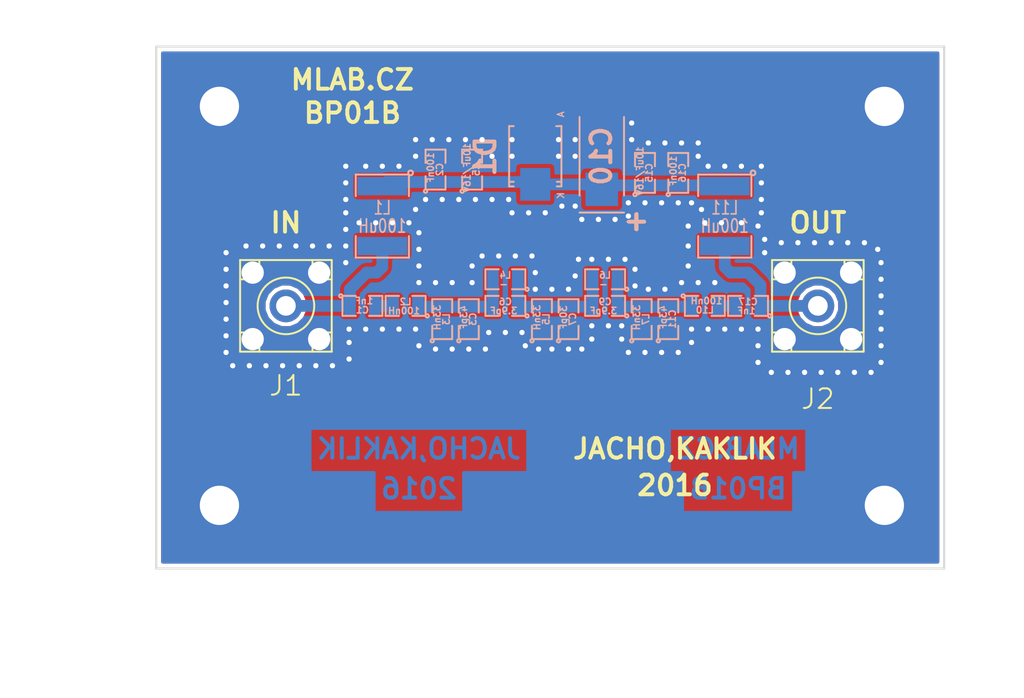
<source format=kicad_pcb>
(kicad_pcb (version 20160815) (host pcbnew "(2016-09-17 revision 679eef1)-makepkg")

  (general
    (links 49)
    (no_connects 0)
    (area 0.178999 -40.207001 60.527001 -0.178999)
    (thickness 1.6)
    (drawings 14)
    (tracks 448)
    (zones 0)
    (modules 28)
    (nets 10)
  )

  (page A4)
  (title_block
    (title NAME)
    (date "%d. %m. %Y")
    (rev REV)
    (company "Mlab www.mlab.cz")
    (comment 1 VERSION)
    (comment 2 "Short description\\nTwo lines are maximum")
    (comment 3 "nickname <email@example.com>")
  )

  (layers
    (0 F.Cu signal)
    (31 B.Cu signal)
    (32 B.Adhes user)
    (33 F.Adhes user)
    (34 B.Paste user)
    (35 F.Paste user)
    (36 B.SilkS user)
    (37 F.SilkS user)
    (38 B.Mask user)
    (39 F.Mask user)
    (40 Dwgs.User user)
    (41 Cmts.User user)
    (42 Eco1.User user)
    (43 Eco2.User user)
    (44 Edge.Cuts user)
    (45 Margin user)
    (46 B.CrtYd user)
    (47 F.CrtYd user)
    (48 B.Fab user)
    (49 F.Fab user)
  )

  (setup
    (last_trace_width 0.4)
    (user_trace_width 0.3)
    (user_trace_width 0.4)
    (user_trace_width 0.5)
    (user_trace_width 0.6)
    (user_trace_width 0.7)
    (user_trace_width 0.8)
    (user_trace_width 0.9)
    (user_trace_width 1)
    (trace_clearance 0.2)
    (zone_clearance 0.3)
    (zone_45_only no)
    (trace_min 0.2)
    (segment_width 0.2)
    (edge_width 0.15)
    (via_size 0.8)
    (via_drill 0.4)
    (via_min_size 0.4)
    (via_min_drill 0.3)
    (uvia_size 0.3)
    (uvia_drill 0.1)
    (uvias_allowed no)
    (uvia_min_size 0.2)
    (uvia_min_drill 0.1)
    (pcb_text_width 0.3)
    (pcb_text_size 1.5 1.5)
    (mod_edge_width 0.15)
    (mod_text_size 1 1)
    (mod_text_width 0.15)
    (pad_size 1.524 1.524)
    (pad_drill 0.762)
    (pad_to_mask_clearance 0.2)
    (aux_axis_origin 0 0)
    (visible_elements 7FFFFF7F)
    (pcbplotparams
      (layerselection 0x00030_80000001)
      (usegerberextensions false)
      (excludeedgelayer true)
      (linewidth 0.150000)
      (plotframeref false)
      (viasonmask false)
      (mode 1)
      (useauxorigin false)
      (hpglpennumber 1)
      (hpglpenspeed 20)
      (hpglpendiameter 15)
      (psnegative false)
      (psa4output false)
      (plotreference true)
      (plotvalue true)
      (plotinvisibletext false)
      (padsonsilk false)
      (subtractmaskfromsilk false)
      (outputformat 1)
      (mirror false)
      (drillshape 1)
      (scaleselection 1)
      (outputdirectory ""))
  )

  (net 0 "")
  (net 1 "Net-(C1-Pad2)")
  (net 2 "Net-(C1-Pad1)")
  (net 3 "Net-(C10-Pad1)")
  (net 4 GND)
  (net 5 "Net-(C3-Pad2)")
  (net 6 "Net-(C6-Pad1)")
  (net 7 "Net-(C11-Pad2)")
  (net 8 "Net-(C17-Pad1)")
  (net 9 "Net-(C17-Pad2)")

  (net_class Default "This is the default net class."
    (clearance 0.2)
    (trace_width 0.25)
    (via_dia 0.8)
    (via_drill 0.4)
    (uvia_dia 0.3)
    (uvia_drill 0.1)
    (diff_pair_gap 0.25)
    (diff_pair_width 0.2)
    (add_net GND)
    (add_net "Net-(C1-Pad1)")
    (add_net "Net-(C1-Pad2)")
    (add_net "Net-(C10-Pad1)")
    (add_net "Net-(C11-Pad2)")
    (add_net "Net-(C17-Pad1)")
    (add_net "Net-(C17-Pad2)")
    (add_net "Net-(C3-Pad2)")
    (add_net "Net-(C6-Pad1)")
  )

  (module Mlab_R:SMD-0805 (layer B.Cu) (tedit 58578D89) (tstamp 584E5CBA)
    (at 16.002 -20.32)
    (path /584A851A)
    (attr smd)
    (fp_text reference C1 (at 0 0.3175) (layer B.SilkS)
      (effects (font (size 0.50038 0.50038) (thickness 0.10922)) (justify mirror))
    )
    (fp_text value 1nF (at 0.127 -0.381) (layer B.SilkS)
      (effects (font (size 0.50038 0.50038) (thickness 0.10922)) (justify mirror))
    )
    (fp_circle (center -1.651 -0.762) (end -1.651 -0.635) (layer B.SilkS) (width 0.15))
    (fp_line (start -0.508 -0.762) (end -1.524 -0.762) (layer B.SilkS) (width 0.15))
    (fp_line (start -1.524 -0.762) (end -1.524 0.762) (layer B.SilkS) (width 0.15))
    (fp_line (start -1.524 0.762) (end -0.508 0.762) (layer B.SilkS) (width 0.15))
    (fp_line (start 0.508 0.762) (end 1.524 0.762) (layer B.SilkS) (width 0.15))
    (fp_line (start 1.524 0.762) (end 1.524 -0.762) (layer B.SilkS) (width 0.15))
    (fp_line (start 1.524 -0.762) (end 0.508 -0.762) (layer B.SilkS) (width 0.15))
    (pad 1 smd rect (at -0.9525 0) (size 0.889 1.397) (layers B.Cu B.Paste B.Mask)
      (net 2 "Net-(C1-Pad1)"))
    (pad 2 smd rect (at 0.9525 0) (size 0.889 1.397) (layers B.Cu B.Paste B.Mask)
      (net 1 "Net-(C1-Pad2)"))
    (model MLAB_3D/Resistors/chip_cms.wrl
      (at (xyz 0 0 0))
      (scale (xyz 0.1 0.1 0.1))
      (rotate (xyz 0 0 0))
    )
  )

  (module Mlab_R:SMD-0805 (layer B.Cu) (tedit 58578D89) (tstamp 584E5CC0)
    (at 21.59 -30.734 90)
    (path /584A9E07)
    (attr smd)
    (fp_text reference C2 (at 0 0.3175 90) (layer B.SilkS)
      (effects (font (size 0.50038 0.50038) (thickness 0.10922)) (justify mirror))
    )
    (fp_text value 100nF (at 0.127 -0.381 90) (layer B.SilkS)
      (effects (font (size 0.50038 0.50038) (thickness 0.10922)) (justify mirror))
    )
    (fp_line (start 1.524 -0.762) (end 0.508 -0.762) (layer B.SilkS) (width 0.15))
    (fp_line (start 1.524 0.762) (end 1.524 -0.762) (layer B.SilkS) (width 0.15))
    (fp_line (start 0.508 0.762) (end 1.524 0.762) (layer B.SilkS) (width 0.15))
    (fp_line (start -1.524 0.762) (end -0.508 0.762) (layer B.SilkS) (width 0.15))
    (fp_line (start -1.524 -0.762) (end -1.524 0.762) (layer B.SilkS) (width 0.15))
    (fp_line (start -0.508 -0.762) (end -1.524 -0.762) (layer B.SilkS) (width 0.15))
    (fp_circle (center -1.651 -0.762) (end -1.651 -0.635) (layer B.SilkS) (width 0.15))
    (pad 2 smd rect (at 0.9525 0 90) (size 0.889 1.397) (layers B.Cu B.Paste B.Mask)
      (net 4 GND))
    (pad 1 smd rect (at -0.9525 0 90) (size 0.889 1.397) (layers B.Cu B.Paste B.Mask)
      (net 3 "Net-(C10-Pad1)"))
    (model MLAB_3D/Resistors/chip_cms.wrl
      (at (xyz 0 0 0))
      (scale (xyz 0.1 0.1 0.1))
      (rotate (xyz 0 0 0))
    )
  )

  (module Mlab_R:SMD-0805 (layer B.Cu) (tedit 58578D89) (tstamp 584E5CC6)
    (at 24.13 -19.304 90)
    (path /584A88A6)
    (attr smd)
    (fp_text reference C3 (at 0 0.3175 90) (layer B.SilkS)
      (effects (font (size 0.50038 0.50038) (thickness 0.10922)) (justify mirror))
    )
    (fp_text value 43pF (at 0.127 -0.381 90) (layer B.SilkS)
      (effects (font (size 0.50038 0.50038) (thickness 0.10922)) (justify mirror))
    )
    (fp_line (start 1.524 -0.762) (end 0.508 -0.762) (layer B.SilkS) (width 0.15))
    (fp_line (start 1.524 0.762) (end 1.524 -0.762) (layer B.SilkS) (width 0.15))
    (fp_line (start 0.508 0.762) (end 1.524 0.762) (layer B.SilkS) (width 0.15))
    (fp_line (start -1.524 0.762) (end -0.508 0.762) (layer B.SilkS) (width 0.15))
    (fp_line (start -1.524 -0.762) (end -1.524 0.762) (layer B.SilkS) (width 0.15))
    (fp_line (start -0.508 -0.762) (end -1.524 -0.762) (layer B.SilkS) (width 0.15))
    (fp_circle (center -1.651 -0.762) (end -1.651 -0.635) (layer B.SilkS) (width 0.15))
    (pad 2 smd rect (at 0.9525 0 90) (size 0.889 1.397) (layers B.Cu B.Paste B.Mask)
      (net 5 "Net-(C3-Pad2)"))
    (pad 1 smd rect (at -0.9525 0 90) (size 0.889 1.397) (layers B.Cu B.Paste B.Mask)
      (net 4 GND))
    (model MLAB_3D/Resistors/chip_cms.wrl
      (at (xyz 0 0 0))
      (scale (xyz 0.1 0.1 0.1))
      (rotate (xyz 0 0 0))
    )
  )

  (module Mlab_R:SMD-0805 (layer B.Cu) (tedit 58578D89) (tstamp 584E5CD2)
    (at 24.384 -30.734 90)
    (path /584A9E8F)
    (attr smd)
    (fp_text reference C5 (at 0 0.3175 90) (layer B.SilkS)
      (effects (font (size 0.50038 0.50038) (thickness 0.10922)) (justify mirror))
    )
    (fp_text value 10uF/16V (at 0.127 -0.381 90) (layer B.SilkS)
      (effects (font (size 0.50038 0.50038) (thickness 0.10922)) (justify mirror))
    )
    (fp_circle (center -1.651 -0.762) (end -1.651 -0.635) (layer B.SilkS) (width 0.15))
    (fp_line (start -0.508 -0.762) (end -1.524 -0.762) (layer B.SilkS) (width 0.15))
    (fp_line (start -1.524 -0.762) (end -1.524 0.762) (layer B.SilkS) (width 0.15))
    (fp_line (start -1.524 0.762) (end -0.508 0.762) (layer B.SilkS) (width 0.15))
    (fp_line (start 0.508 0.762) (end 1.524 0.762) (layer B.SilkS) (width 0.15))
    (fp_line (start 1.524 0.762) (end 1.524 -0.762) (layer B.SilkS) (width 0.15))
    (fp_line (start 1.524 -0.762) (end 0.508 -0.762) (layer B.SilkS) (width 0.15))
    (pad 1 smd rect (at -0.9525 0 90) (size 0.889 1.397) (layers B.Cu B.Paste B.Mask)
      (net 3 "Net-(C10-Pad1)"))
    (pad 2 smd rect (at 0.9525 0 90) (size 0.889 1.397) (layers B.Cu B.Paste B.Mask)
      (net 4 GND))
    (model MLAB_3D/Resistors/chip_cms.wrl
      (at (xyz 0 0 0))
      (scale (xyz 0.1 0.1 0.1))
      (rotate (xyz 0 0 0))
    )
  )

  (module Mlab_R:SMD-0805 (layer B.Cu) (tedit 58578D89) (tstamp 584E5CD8)
    (at 26.924 -20.32 180)
    (path /584A8A5E)
    (attr smd)
    (fp_text reference C6 (at 0 0.3175 180) (layer B.SilkS)
      (effects (font (size 0.50038 0.50038) (thickness 0.10922)) (justify mirror))
    )
    (fp_text value 3.9pF (at 0.127 -0.381 180) (layer B.SilkS)
      (effects (font (size 0.50038 0.50038) (thickness 0.10922)) (justify mirror))
    )
    (fp_circle (center -1.651 -0.762) (end -1.651 -0.635) (layer B.SilkS) (width 0.15))
    (fp_line (start -0.508 -0.762) (end -1.524 -0.762) (layer B.SilkS) (width 0.15))
    (fp_line (start -1.524 -0.762) (end -1.524 0.762) (layer B.SilkS) (width 0.15))
    (fp_line (start -1.524 0.762) (end -0.508 0.762) (layer B.SilkS) (width 0.15))
    (fp_line (start 0.508 0.762) (end 1.524 0.762) (layer B.SilkS) (width 0.15))
    (fp_line (start 1.524 0.762) (end 1.524 -0.762) (layer B.SilkS) (width 0.15))
    (fp_line (start 1.524 -0.762) (end 0.508 -0.762) (layer B.SilkS) (width 0.15))
    (pad 1 smd rect (at -0.9525 0 180) (size 0.889 1.397) (layers B.Cu B.Paste B.Mask)
      (net 6 "Net-(C6-Pad1)"))
    (pad 2 smd rect (at 0.9525 0 180) (size 0.889 1.397) (layers B.Cu B.Paste B.Mask)
      (net 5 "Net-(C3-Pad2)"))
    (model MLAB_3D/Resistors/chip_cms.wrl
      (at (xyz 0 0 0))
      (scale (xyz 0.1 0.1 0.1))
      (rotate (xyz 0 0 0))
    )
  )

  (module Mlab_R:SMD-0805 (layer B.Cu) (tedit 58578D89) (tstamp 584E5CDE)
    (at 31.75 -19.304 90)
    (path /584A941D)
    (attr smd)
    (fp_text reference C7 (at 0 0.3175 90) (layer B.SilkS)
      (effects (font (size 0.50038 0.50038) (thickness 0.10922)) (justify mirror))
    )
    (fp_text value 30pF (at 0.127 -0.381 90) (layer B.SilkS)
      (effects (font (size 0.50038 0.50038) (thickness 0.10922)) (justify mirror))
    )
    (fp_circle (center -1.651 -0.762) (end -1.651 -0.635) (layer B.SilkS) (width 0.15))
    (fp_line (start -0.508 -0.762) (end -1.524 -0.762) (layer B.SilkS) (width 0.15))
    (fp_line (start -1.524 -0.762) (end -1.524 0.762) (layer B.SilkS) (width 0.15))
    (fp_line (start -1.524 0.762) (end -0.508 0.762) (layer B.SilkS) (width 0.15))
    (fp_line (start 0.508 0.762) (end 1.524 0.762) (layer B.SilkS) (width 0.15))
    (fp_line (start 1.524 0.762) (end 1.524 -0.762) (layer B.SilkS) (width 0.15))
    (fp_line (start 1.524 -0.762) (end 0.508 -0.762) (layer B.SilkS) (width 0.15))
    (pad 1 smd rect (at -0.9525 0 90) (size 0.889 1.397) (layers B.Cu B.Paste B.Mask)
      (net 4 GND))
    (pad 2 smd rect (at 0.9525 0 90) (size 0.889 1.397) (layers B.Cu B.Paste B.Mask)
      (net 6 "Net-(C6-Pad1)"))
    (model MLAB_3D/Resistors/chip_cms.wrl
      (at (xyz 0 0 0))
      (scale (xyz 0.1 0.1 0.1))
      (rotate (xyz 0 0 0))
    )
  )

  (module Mlab_R:SMD-0805 (layer B.Cu) (tedit 58578D89) (tstamp 584E5CEA)
    (at 34.544 -20.32 180)
    (path /584A9379)
    (attr smd)
    (fp_text reference C9 (at 0 0.3175 180) (layer B.SilkS)
      (effects (font (size 0.50038 0.50038) (thickness 0.10922)) (justify mirror))
    )
    (fp_text value 3.9pF (at 0.127 -0.381 180) (layer B.SilkS)
      (effects (font (size 0.50038 0.50038) (thickness 0.10922)) (justify mirror))
    )
    (fp_circle (center -1.651 -0.762) (end -1.651 -0.635) (layer B.SilkS) (width 0.15))
    (fp_line (start -0.508 -0.762) (end -1.524 -0.762) (layer B.SilkS) (width 0.15))
    (fp_line (start -1.524 -0.762) (end -1.524 0.762) (layer B.SilkS) (width 0.15))
    (fp_line (start -1.524 0.762) (end -0.508 0.762) (layer B.SilkS) (width 0.15))
    (fp_line (start 0.508 0.762) (end 1.524 0.762) (layer B.SilkS) (width 0.15))
    (fp_line (start 1.524 0.762) (end 1.524 -0.762) (layer B.SilkS) (width 0.15))
    (fp_line (start 1.524 -0.762) (end 0.508 -0.762) (layer B.SilkS) (width 0.15))
    (pad 1 smd rect (at -0.9525 0 180) (size 0.889 1.397) (layers B.Cu B.Paste B.Mask)
      (net 7 "Net-(C11-Pad2)"))
    (pad 2 smd rect (at 0.9525 0 180) (size 0.889 1.397) (layers B.Cu B.Paste B.Mask)
      (net 6 "Net-(C6-Pad1)"))
    (model MLAB_3D/Resistors/chip_cms.wrl
      (at (xyz 0 0 0))
      (scale (xyz 0.1 0.1 0.1))
      (rotate (xyz 0 0 0))
    )
  )

  (module Mlab_C:TantalC_SizeC_Reflow (layer B.Cu) (tedit 58578D89) (tstamp 584E5CF0)
    (at 34.29 -31.75 90)
    (descr "Tantal Cap. , Size C, EIA-6032, Reflow,")
    (tags "Tantal Cap. , Size C, EIA-6032, Reflow,")
    (path /584A9F4F)
    (attr smd)
    (fp_text reference C10 (at 0.0127 -0.0381 90) (layer B.SilkS)
      (effects (font (thickness 0.3048)) (justify mirror))
    )
    (fp_text value 47uF/16V (at -0.09906 -3.59918 90) (layer B.SilkS) hide
      (effects (font (thickness 0.3048)) (justify mirror))
    )
    (fp_line (start -4.30022 1.69926) (end -4.30022 -1.69926) (layer B.SilkS) (width 0.15))
    (fp_line (start 2.99974 -1.69926) (end -2.99974 -1.69926) (layer B.SilkS) (width 0.15))
    (fp_line (start 2.99974 1.69926) (end -2.99974 1.69926) (layer B.SilkS) (width 0.15))
    (fp_text user + (at -4.99872 2.55016 90) (layer B.SilkS)
      (effects (font (thickness 0.3048)) (justify mirror))
    )
    (fp_line (start -5.00126 3.05308) (end -5.00126 1.95326) (layer B.SilkS) (width 0.15))
    (fp_line (start -5.6007 2.5527) (end -4.40182 2.5527) (layer B.SilkS) (width 0.15))
    (pad 2 smd rect (at 2.52476 0 90) (size 2.55016 2.49936) (layers B.Cu B.Paste B.Mask)
      (net 4 GND))
    (pad 1 smd rect (at -2.52476 0 90) (size 2.55016 2.49936) (layers B.Cu B.Paste B.Mask)
      (net 3 "Net-(C10-Pad1)"))
    (model MLAB_3D/Capacitors/c_tant_C.wrl
      (at (xyz 0 0 0))
      (scale (xyz 1 1 1))
      (rotate (xyz 0 0 180))
    )
  )

  (module Mlab_R:SMD-0805 (layer B.Cu) (tedit 58578D89) (tstamp 584E5CF6)
    (at 39.37 -19.304 90)
    (path /584A9559)
    (attr smd)
    (fp_text reference C11 (at 0 0.3175 90) (layer B.SilkS)
      (effects (font (size 0.50038 0.50038) (thickness 0.10922)) (justify mirror))
    )
    (fp_text value 43pF (at 0.127 -0.381 90) (layer B.SilkS)
      (effects (font (size 0.50038 0.50038) (thickness 0.10922)) (justify mirror))
    )
    (fp_line (start 1.524 -0.762) (end 0.508 -0.762) (layer B.SilkS) (width 0.15))
    (fp_line (start 1.524 0.762) (end 1.524 -0.762) (layer B.SilkS) (width 0.15))
    (fp_line (start 0.508 0.762) (end 1.524 0.762) (layer B.SilkS) (width 0.15))
    (fp_line (start -1.524 0.762) (end -0.508 0.762) (layer B.SilkS) (width 0.15))
    (fp_line (start -1.524 -0.762) (end -1.524 0.762) (layer B.SilkS) (width 0.15))
    (fp_line (start -0.508 -0.762) (end -1.524 -0.762) (layer B.SilkS) (width 0.15))
    (fp_circle (center -1.651 -0.762) (end -1.651 -0.635) (layer B.SilkS) (width 0.15))
    (pad 2 smd rect (at 0.9525 0 90) (size 0.889 1.397) (layers B.Cu B.Paste B.Mask)
      (net 7 "Net-(C11-Pad2)"))
    (pad 1 smd rect (at -0.9525 0 90) (size 0.889 1.397) (layers B.Cu B.Paste B.Mask)
      (net 4 GND))
    (model MLAB_3D/Resistors/chip_cms.wrl
      (at (xyz 0 0 0))
      (scale (xyz 0.1 0.1 0.1))
      (rotate (xyz 0 0 0))
    )
  )

  (module Mlab_R:SMD-0805 (layer B.Cu) (tedit 58578D89) (tstamp 584E5D0E)
    (at 37.592 -30.48 90)
    (path /584AA61E)
    (attr smd)
    (fp_text reference C15 (at 0 0.3175 90) (layer B.SilkS)
      (effects (font (size 0.50038 0.50038) (thickness 0.10922)) (justify mirror))
    )
    (fp_text value 10uF/16V (at 0.127 -0.381 90) (layer B.SilkS)
      (effects (font (size 0.50038 0.50038) (thickness 0.10922)) (justify mirror))
    )
    (fp_circle (center -1.651 -0.762) (end -1.651 -0.635) (layer B.SilkS) (width 0.15))
    (fp_line (start -0.508 -0.762) (end -1.524 -0.762) (layer B.SilkS) (width 0.15))
    (fp_line (start -1.524 -0.762) (end -1.524 0.762) (layer B.SilkS) (width 0.15))
    (fp_line (start -1.524 0.762) (end -0.508 0.762) (layer B.SilkS) (width 0.15))
    (fp_line (start 0.508 0.762) (end 1.524 0.762) (layer B.SilkS) (width 0.15))
    (fp_line (start 1.524 0.762) (end 1.524 -0.762) (layer B.SilkS) (width 0.15))
    (fp_line (start 1.524 -0.762) (end 0.508 -0.762) (layer B.SilkS) (width 0.15))
    (pad 1 smd rect (at -0.9525 0 90) (size 0.889 1.397) (layers B.Cu B.Paste B.Mask)
      (net 3 "Net-(C10-Pad1)"))
    (pad 2 smd rect (at 0.9525 0 90) (size 0.889 1.397) (layers B.Cu B.Paste B.Mask)
      (net 4 GND))
    (model MLAB_3D/Resistors/chip_cms.wrl
      (at (xyz 0 0 0))
      (scale (xyz 0.1 0.1 0.1))
      (rotate (xyz 0 0 0))
    )
  )

  (module Mlab_R:SMD-0805 (layer B.Cu) (tedit 58578D89) (tstamp 584E5D14)
    (at 40.132 -30.48 90)
    (path /584AA618)
    (attr smd)
    (fp_text reference C16 (at 0 0.3175 90) (layer B.SilkS)
      (effects (font (size 0.50038 0.50038) (thickness 0.10922)) (justify mirror))
    )
    (fp_text value 100nF (at 0.127 -0.381 90) (layer B.SilkS)
      (effects (font (size 0.50038 0.50038) (thickness 0.10922)) (justify mirror))
    )
    (fp_line (start 1.524 -0.762) (end 0.508 -0.762) (layer B.SilkS) (width 0.15))
    (fp_line (start 1.524 0.762) (end 1.524 -0.762) (layer B.SilkS) (width 0.15))
    (fp_line (start 0.508 0.762) (end 1.524 0.762) (layer B.SilkS) (width 0.15))
    (fp_line (start -1.524 0.762) (end -0.508 0.762) (layer B.SilkS) (width 0.15))
    (fp_line (start -1.524 -0.762) (end -1.524 0.762) (layer B.SilkS) (width 0.15))
    (fp_line (start -0.508 -0.762) (end -1.524 -0.762) (layer B.SilkS) (width 0.15))
    (fp_circle (center -1.651 -0.762) (end -1.651 -0.635) (layer B.SilkS) (width 0.15))
    (pad 2 smd rect (at 0.9525 0 90) (size 0.889 1.397) (layers B.Cu B.Paste B.Mask)
      (net 4 GND))
    (pad 1 smd rect (at -0.9525 0 90) (size 0.889 1.397) (layers B.Cu B.Paste B.Mask)
      (net 3 "Net-(C10-Pad1)"))
    (model MLAB_3D/Resistors/chip_cms.wrl
      (at (xyz 0 0 0))
      (scale (xyz 0.1 0.1 0.1))
      (rotate (xyz 0 0 0))
    )
  )

  (module Mlab_R:SMD-0805 (layer B.Cu) (tedit 58578D89) (tstamp 584E5D1A)
    (at 45.466 -20.32 180)
    (path /584A98B9)
    (attr smd)
    (fp_text reference C17 (at 0 0.3175 180) (layer B.SilkS)
      (effects (font (size 0.50038 0.50038) (thickness 0.10922)) (justify mirror))
    )
    (fp_text value 1nF (at 0.127 -0.381 180) (layer B.SilkS)
      (effects (font (size 0.50038 0.50038) (thickness 0.10922)) (justify mirror))
    )
    (fp_line (start 1.524 -0.762) (end 0.508 -0.762) (layer B.SilkS) (width 0.15))
    (fp_line (start 1.524 0.762) (end 1.524 -0.762) (layer B.SilkS) (width 0.15))
    (fp_line (start 0.508 0.762) (end 1.524 0.762) (layer B.SilkS) (width 0.15))
    (fp_line (start -1.524 0.762) (end -0.508 0.762) (layer B.SilkS) (width 0.15))
    (fp_line (start -1.524 -0.762) (end -1.524 0.762) (layer B.SilkS) (width 0.15))
    (fp_line (start -0.508 -0.762) (end -1.524 -0.762) (layer B.SilkS) (width 0.15))
    (fp_circle (center -1.651 -0.762) (end -1.651 -0.635) (layer B.SilkS) (width 0.15))
    (pad 2 smd rect (at 0.9525 0 180) (size 0.889 1.397) (layers B.Cu B.Paste B.Mask)
      (net 9 "Net-(C17-Pad2)"))
    (pad 1 smd rect (at -0.9525 0 180) (size 0.889 1.397) (layers B.Cu B.Paste B.Mask)
      (net 8 "Net-(C17-Pad1)"))
    (model MLAB_3D/Resistors/chip_cms.wrl
      (at (xyz 0 0 0))
      (scale (xyz 0.1 0.1 0.1))
      (rotate (xyz 0 0 0))
    )
  )

  (module Mlab_D:SMB_Standard (layer B.Cu) (tedit 58578D89) (tstamp 584E5D20)
    (at 29.21 -31.75 270)
    (descr "Diode SMB Standard")
    (tags "Diode SMB Standard")
    (path /584AA354)
    (attr smd)
    (fp_text reference D1 (at 0 3.81 270) (layer B.SilkS)
      (effects (font (thickness 0.3048)) (justify mirror))
    )
    (fp_text value SMBJ15A-E3/52 (at 0 -3.81 270) (layer B.SilkS) hide
      (effects (font (thickness 0.3048)) (justify mirror))
    )
    (fp_text user A (at -3.2004 -1.95072 270) (layer B.SilkS)
      (effects (font (size 0.50038 0.50038) (thickness 0.09906)) (justify mirror))
    )
    (fp_text user K (at 2.99974 -1.95072 270) (layer B.SilkS)
      (effects (font (size 0.50038 0.50038) (thickness 0.09906)) (justify mirror))
    )
    (fp_line (start -2.30124 -1.75006) (end -2.30124 -1.6002) (layer B.SilkS) (width 0.15))
    (fp_line (start 1.95072 -1.75006) (end 1.95072 -1.651) (layer B.SilkS) (width 0.15))
    (fp_line (start 2.30124 -1.75006) (end 2.30124 -1.651) (layer B.SilkS) (width 0.15))
    (fp_line (start -2.30124 1.75006) (end -2.30124 1.651) (layer B.SilkS) (width 0.15))
    (fp_line (start 1.95072 1.75006) (end 1.95072 1.651) (layer B.SilkS) (width 0.15))
    (fp_line (start 2.30124 1.75006) (end 2.30124 1.651) (layer B.SilkS) (width 0.15))
    (fp_circle (center 0 0) (end 0.44958 -0.09906) (layer B.Adhes) (width 0.381))
    (fp_circle (center 0 0) (end 0.20066 -0.09906) (layer B.Adhes) (width 0.381))
    (fp_line (start 1.95072 -1.99898) (end 1.95072 -1.80086) (layer B.SilkS) (width 0.15))
    (fp_line (start 1.95072 1.99898) (end 1.95072 1.80086) (layer B.SilkS) (width 0.15))
    (fp_line (start 2.29616 -1.99644) (end 2.29616 -1.79832) (layer B.SilkS) (width 0.15))
    (fp_line (start -2.30632 -1.99644) (end 2.29616 -1.99644) (layer B.SilkS) (width 0.15))
    (fp_line (start -2.30632 -1.99644) (end -2.30632 -1.79832) (layer B.SilkS) (width 0.15))
    (fp_line (start -2.30124 1.99898) (end -2.30124 1.80086) (layer B.SilkS) (width 0.15))
    (fp_line (start -2.30124 1.99898) (end 2.30124 1.99898) (layer B.SilkS) (width 0.15))
    (fp_line (start 2.30124 1.99898) (end 2.30124 1.80086) (layer B.SilkS) (width 0.15))
    (pad 1 smd rect (at 2.14884 0 270) (size 2.49936 2.30124) (layers B.Cu B.Paste B.Mask)
      (net 3 "Net-(C10-Pad1)"))
    (pad 2 smd rect (at -2.14884 0 270) (size 2.49936 2.30124) (layers B.Cu B.Paste B.Mask)
      (net 4 GND))
    (model MLAB_3D/Diodes/SMB.wrl
      (at (xyz 0 0 0))
      (scale (xyz 0.3937 0.3937 0.3937))
      (rotate (xyz 0 0 0))
    )
  )

  (module Mlab_CON:SMA6251A13G50 locked (layer F.Cu) (tedit 5857963F) (tstamp 584E5D29)
    (at 10.16 -20.32)
    (path /584A8252)
    (fp_text reference J1 (at 0 6.096) (layer F.SilkS)
      (effects (font (size 1.5 1.5) (thickness 0.15)))
    )
    (fp_text value SMA6251A13G50 (at 0 5.1) (layer F.SilkS) hide
      (effects (font (size 1.5 1.5) (thickness 0.15)))
    )
    (fp_line (start -3.5 -3.5) (end -3.5 3.5) (layer F.SilkS) (width 0.15))
    (fp_line (start 3.5 -3.5) (end -3.5 -3.5) (layer F.SilkS) (width 0.15))
    (fp_line (start 3.5 3.5) (end 3.5 -3.5) (layer F.SilkS) (width 0.15))
    (fp_line (start -3.5 3.5) (end 3.5 3.5) (layer F.SilkS) (width 0.15))
    (fp_line (start -2.03 -2.03) (end -3.5 -2.03) (layer F.SilkS) (width 0.15))
    (fp_line (start -2.03 -3.5) (end -2.03 -2.03) (layer F.SilkS) (width 0.15))
    (fp_line (start 2.03 -2.03) (end 3.5 -2.03) (layer F.SilkS) (width 0.15))
    (fp_line (start 2.03 -3.5) (end 2.03 -2.03) (layer F.SilkS) (width 0.15))
    (fp_line (start -3.5 2.03) (end -2.03 2.03) (layer F.SilkS) (width 0.15))
    (fp_line (start -2.03 2.03) (end -2.03 3.5) (layer F.SilkS) (width 0.15))
    (fp_line (start 2.03 2.03) (end 3.5 2.03) (layer F.SilkS) (width 0.15))
    (fp_line (start 2.03 3.5) (end 2.03 2.03) (layer F.SilkS) (width 0.15))
    (fp_line (start 3.05 -3.05) (end 2.03 -3.05) (layer F.SilkS) (width 0.15))
    (fp_line (start 3.05 -3.05) (end 3.05 -2.03) (layer F.SilkS) (width 0.15))
    (fp_line (start -3.05 -3.05) (end -3.05 -2.03) (layer F.SilkS) (width 0.15))
    (fp_line (start -2.03 -3.05) (end -3.05 -3.05) (layer F.SilkS) (width 0.15))
    (fp_line (start -3.05 3.05) (end -3.05 2.03) (layer F.SilkS) (width 0.15))
    (fp_line (start -2.03 3.05) (end -3.05 3.05) (layer F.SilkS) (width 0.15))
    (fp_line (start 3.05 3.05) (end 3.05 2.03) (layer F.SilkS) (width 0.15))
    (fp_line (start 2.03 3.05) (end 3.05 3.05) (layer F.SilkS) (width 0.15))
    (fp_circle (center 0 0) (end -0.11 -2.16) (layer F.SilkS) (width 0.15))
    (pad 2 thru_hole circle (at 2.54 -2.54 180) (size 2.7 2.7) (drill 1.7) (layers *.Cu *.Mask)
      (net 4 GND))
    (pad 2 thru_hole circle (at -2.54 -2.54 180) (size 2.7 2.7) (drill 1.7) (layers *.Cu *.Mask)
      (net 4 GND))
    (pad 2 thru_hole circle (at -2.54 2.54 180) (size 2.7 2.7) (drill 1.7) (layers *.Cu *.Mask)
      (net 4 GND))
    (pad 2 thru_hole circle (at 2.54 2.54 180) (size 2.7 2.7) (drill 1.7) (layers *.Cu *.Mask)
      (net 4 GND))
    (pad 1 thru_hole circle (at 0 0 180) (size 2.5 2.5) (drill 1.5) (layers *.Cu *.Mask)
      (net 2 "Net-(C1-Pad1)"))
  )

  (module Mlab_CON:SMA6251A13G50 locked (layer F.Cu) (tedit 58579645) (tstamp 584E5D32)
    (at 50.8 -20.32)
    (path /584A84A8)
    (fp_text reference J2 (at 0 7.112) (layer F.SilkS)
      (effects (font (size 1.5 1.5) (thickness 0.15)))
    )
    (fp_text value SMA6251A13G50 (at 0 5.1) (layer F.SilkS) hide
      (effects (font (size 1.5 1.5) (thickness 0.15)))
    )
    (fp_circle (center 0 0) (end -0.11 -2.16) (layer F.SilkS) (width 0.15))
    (fp_line (start 2.03 3.05) (end 3.05 3.05) (layer F.SilkS) (width 0.15))
    (fp_line (start 3.05 3.05) (end 3.05 2.03) (layer F.SilkS) (width 0.15))
    (fp_line (start -2.03 3.05) (end -3.05 3.05) (layer F.SilkS) (width 0.15))
    (fp_line (start -3.05 3.05) (end -3.05 2.03) (layer F.SilkS) (width 0.15))
    (fp_line (start -2.03 -3.05) (end -3.05 -3.05) (layer F.SilkS) (width 0.15))
    (fp_line (start -3.05 -3.05) (end -3.05 -2.03) (layer F.SilkS) (width 0.15))
    (fp_line (start 3.05 -3.05) (end 3.05 -2.03) (layer F.SilkS) (width 0.15))
    (fp_line (start 3.05 -3.05) (end 2.03 -3.05) (layer F.SilkS) (width 0.15))
    (fp_line (start 2.03 3.5) (end 2.03 2.03) (layer F.SilkS) (width 0.15))
    (fp_line (start 2.03 2.03) (end 3.5 2.03) (layer F.SilkS) (width 0.15))
    (fp_line (start -2.03 2.03) (end -2.03 3.5) (layer F.SilkS) (width 0.15))
    (fp_line (start -3.5 2.03) (end -2.03 2.03) (layer F.SilkS) (width 0.15))
    (fp_line (start 2.03 -3.5) (end 2.03 -2.03) (layer F.SilkS) (width 0.15))
    (fp_line (start 2.03 -2.03) (end 3.5 -2.03) (layer F.SilkS) (width 0.15))
    (fp_line (start -2.03 -3.5) (end -2.03 -2.03) (layer F.SilkS) (width 0.15))
    (fp_line (start -2.03 -2.03) (end -3.5 -2.03) (layer F.SilkS) (width 0.15))
    (fp_line (start -3.5 3.5) (end 3.5 3.5) (layer F.SilkS) (width 0.15))
    (fp_line (start 3.5 3.5) (end 3.5 -3.5) (layer F.SilkS) (width 0.15))
    (fp_line (start 3.5 -3.5) (end -3.5 -3.5) (layer F.SilkS) (width 0.15))
    (fp_line (start -3.5 -3.5) (end -3.5 3.5) (layer F.SilkS) (width 0.15))
    (pad 1 thru_hole circle (at 0 0 180) (size 2.5 2.5) (drill 1.5) (layers *.Cu *.Mask)
      (net 8 "Net-(C17-Pad1)"))
    (pad 2 thru_hole circle (at 2.54 2.54 180) (size 2.7 2.7) (drill 1.7) (layers *.Cu *.Mask)
      (net 4 GND))
    (pad 2 thru_hole circle (at -2.54 2.54 180) (size 2.7 2.7) (drill 1.7) (layers *.Cu *.Mask)
      (net 4 GND))
    (pad 2 thru_hole circle (at -2.54 -2.54 180) (size 2.7 2.7) (drill 1.7) (layers *.Cu *.Mask)
      (net 4 GND))
    (pad 2 thru_hole circle (at 2.54 -2.54 180) (size 2.7 2.7) (drill 1.7) (layers *.Cu *.Mask)
      (net 4 GND))
  )

  (module Mlab_R:SMD-1812 (layer B.Cu) (tedit 58578D89) (tstamp 584E5D38)
    (at 17.526 -27.178 270)
    (tags "CMS SMD")
    (path /584A9631)
    (attr smd)
    (fp_text reference L1 (at -0.635 0 180) (layer B.SilkS)
      (effects (font (size 1.016 0.762) (thickness 0.127)) (justify mirror))
    )
    (fp_text value 100uH (at 0.762 0 180) (layer B.SilkS)
      (effects (font (size 1.016 0.762) (thickness 0.127)) (justify mirror))
    )
    (fp_line (start -3.175 -2.032) (end -1.524 -2.032) (layer B.SilkS) (width 0.15))
    (fp_line (start -3.175 2.032) (end -3.175 -2.032) (layer B.SilkS) (width 0.15))
    (fp_line (start -1.524 2.032) (end -3.175 2.032) (layer B.SilkS) (width 0.15))
    (fp_line (start 3.175 2.032) (end 1.524 2.032) (layer B.SilkS) (width 0.15))
    (fp_line (start 3.175 -2.032) (end 3.175 2.032) (layer B.SilkS) (width 0.15))
    (fp_line (start 1.524 -2.032) (end 3.175 -2.032) (layer B.SilkS) (width 0.15))
    (fp_circle (center -3.302 -2.159) (end -3.175 -2.032) (layer B.SilkS) (width 0.15))
    (pad 2 smd rect (at 2.286 0 270) (size 1.397 3.81) (layers B.Cu B.Paste B.Mask)
      (net 2 "Net-(C1-Pad1)"))
    (pad 1 smd rect (at -2.286 0 270) (size 1.397 3.81) (layers B.Cu B.Paste B.Mask)
      (net 3 "Net-(C10-Pad1)"))
    (model MLAB_3D/Resistors/chip_cms.wrl
      (at (xyz 0 0 0))
      (scale (xyz 0.21 0.3 0.2))
      (rotate (xyz 0 0 0))
    )
  )

  (module Mlab_R:SMD-0805 (layer B.Cu) (tedit 58578D89) (tstamp 584E5D3E)
    (at 19.304 -20.32 180)
    (path /584A9157)
    (attr smd)
    (fp_text reference L2 (at 0 0.3175 180) (layer B.SilkS)
      (effects (font (size 0.50038 0.50038) (thickness 0.10922)) (justify mirror))
    )
    (fp_text value 100nH (at 0.127 -0.381 180) (layer B.SilkS)
      (effects (font (size 0.50038 0.50038) (thickness 0.10922)) (justify mirror))
    )
    (fp_circle (center -1.651 -0.762) (end -1.651 -0.635) (layer B.SilkS) (width 0.15))
    (fp_line (start -0.508 -0.762) (end -1.524 -0.762) (layer B.SilkS) (width 0.15))
    (fp_line (start -1.524 -0.762) (end -1.524 0.762) (layer B.SilkS) (width 0.15))
    (fp_line (start -1.524 0.762) (end -0.508 0.762) (layer B.SilkS) (width 0.15))
    (fp_line (start 0.508 0.762) (end 1.524 0.762) (layer B.SilkS) (width 0.15))
    (fp_line (start 1.524 0.762) (end 1.524 -0.762) (layer B.SilkS) (width 0.15))
    (fp_line (start 1.524 -0.762) (end 0.508 -0.762) (layer B.SilkS) (width 0.15))
    (pad 1 smd rect (at -0.9525 0 180) (size 0.889 1.397) (layers B.Cu B.Paste B.Mask)
      (net 5 "Net-(C3-Pad2)"))
    (pad 2 smd rect (at 0.9525 0 180) (size 0.889 1.397) (layers B.Cu B.Paste B.Mask)
      (net 1 "Net-(C1-Pad2)"))
    (model MLAB_3D/Resistors/chip_cms.wrl
      (at (xyz 0 0 0))
      (scale (xyz 0.1 0.1 0.1))
      (rotate (xyz 0 0 0))
    )
  )

  (module Mlab_R:SMD-0805 (layer B.Cu) (tedit 58578D89) (tstamp 584E5D44)
    (at 22.098 -19.304 90)
    (path /584A9186)
    (attr smd)
    (fp_text reference L3 (at 0 0.3175 90) (layer B.SilkS)
      (effects (font (size 0.50038 0.50038) (thickness 0.10922)) (justify mirror))
    )
    (fp_text value 33nH (at 0.127 -0.381 90) (layer B.SilkS)
      (effects (font (size 0.50038 0.50038) (thickness 0.10922)) (justify mirror))
    )
    (fp_line (start 1.524 -0.762) (end 0.508 -0.762) (layer B.SilkS) (width 0.15))
    (fp_line (start 1.524 0.762) (end 1.524 -0.762) (layer B.SilkS) (width 0.15))
    (fp_line (start 0.508 0.762) (end 1.524 0.762) (layer B.SilkS) (width 0.15))
    (fp_line (start -1.524 0.762) (end -0.508 0.762) (layer B.SilkS) (width 0.15))
    (fp_line (start -1.524 -0.762) (end -1.524 0.762) (layer B.SilkS) (width 0.15))
    (fp_line (start -0.508 -0.762) (end -1.524 -0.762) (layer B.SilkS) (width 0.15))
    (fp_circle (center -1.651 -0.762) (end -1.651 -0.635) (layer B.SilkS) (width 0.15))
    (pad 2 smd rect (at 0.9525 0 90) (size 0.889 1.397) (layers B.Cu B.Paste B.Mask)
      (net 5 "Net-(C3-Pad2)"))
    (pad 1 smd rect (at -0.9525 0 90) (size 0.889 1.397) (layers B.Cu B.Paste B.Mask)
      (net 4 GND))
    (model MLAB_3D/Resistors/chip_cms.wrl
      (at (xyz 0 0 0))
      (scale (xyz 0.1 0.1 0.1))
      (rotate (xyz 0 0 0))
    )
  )

  (module Mlab_R:SMD-0805 (layer B.Cu) (tedit 58578D89) (tstamp 584E5D4A)
    (at 26.924 -22.352 180)
    (path /584A8DE8)
    (attr smd)
    (fp_text reference L4 (at 0 0.3175 180) (layer B.SilkS)
      (effects (font (size 0.50038 0.50038) (thickness 0.10922)) (justify mirror))
    )
    (fp_text value - (at 0.127 -0.381 180) (layer B.SilkS)
      (effects (font (size 0.50038 0.50038) (thickness 0.10922)) (justify mirror))
    )
    (fp_line (start 1.524 -0.762) (end 0.508 -0.762) (layer B.SilkS) (width 0.15))
    (fp_line (start 1.524 0.762) (end 1.524 -0.762) (layer B.SilkS) (width 0.15))
    (fp_line (start 0.508 0.762) (end 1.524 0.762) (layer B.SilkS) (width 0.15))
    (fp_line (start -1.524 0.762) (end -0.508 0.762) (layer B.SilkS) (width 0.15))
    (fp_line (start -1.524 -0.762) (end -1.524 0.762) (layer B.SilkS) (width 0.15))
    (fp_line (start -0.508 -0.762) (end -1.524 -0.762) (layer B.SilkS) (width 0.15))
    (fp_circle (center -1.651 -0.762) (end -1.651 -0.635) (layer B.SilkS) (width 0.15))
    (pad 2 smd rect (at 0.9525 0 180) (size 0.889 1.397) (layers B.Cu B.Paste B.Mask)
      (net 5 "Net-(C3-Pad2)"))
    (pad 1 smd rect (at -0.9525 0 180) (size 0.889 1.397) (layers B.Cu B.Paste B.Mask)
      (net 6 "Net-(C6-Pad1)"))
    (model MLAB_3D/Resistors/chip_cms.wrl
      (at (xyz 0 0 0))
      (scale (xyz 0.1 0.1 0.1))
      (rotate (xyz 0 0 0))
    )
  )

  (module Mlab_R:SMD-0805 (layer B.Cu) (tedit 58578D89) (tstamp 584E5D50)
    (at 29.718 -19.304 90)
    (path /584A9423)
    (attr smd)
    (fp_text reference L5 (at 0 0.3175 90) (layer B.SilkS)
      (effects (font (size 0.50038 0.50038) (thickness 0.10922)) (justify mirror))
    )
    (fp_text value 33nH (at 0.127 -0.381 90) (layer B.SilkS)
      (effects (font (size 0.50038 0.50038) (thickness 0.10922)) (justify mirror))
    )
    (fp_line (start 1.524 -0.762) (end 0.508 -0.762) (layer B.SilkS) (width 0.15))
    (fp_line (start 1.524 0.762) (end 1.524 -0.762) (layer B.SilkS) (width 0.15))
    (fp_line (start 0.508 0.762) (end 1.524 0.762) (layer B.SilkS) (width 0.15))
    (fp_line (start -1.524 0.762) (end -0.508 0.762) (layer B.SilkS) (width 0.15))
    (fp_line (start -1.524 -0.762) (end -1.524 0.762) (layer B.SilkS) (width 0.15))
    (fp_line (start -0.508 -0.762) (end -1.524 -0.762) (layer B.SilkS) (width 0.15))
    (fp_circle (center -1.651 -0.762) (end -1.651 -0.635) (layer B.SilkS) (width 0.15))
    (pad 2 smd rect (at 0.9525 0 90) (size 0.889 1.397) (layers B.Cu B.Paste B.Mask)
      (net 6 "Net-(C6-Pad1)"))
    (pad 1 smd rect (at -0.9525 0 90) (size 0.889 1.397) (layers B.Cu B.Paste B.Mask)
      (net 4 GND))
    (model MLAB_3D/Resistors/chip_cms.wrl
      (at (xyz 0 0 0))
      (scale (xyz 0.1 0.1 0.1))
      (rotate (xyz 0 0 0))
    )
  )

  (module Mlab_R:SMD-0805 (layer B.Cu) (tedit 58578D89) (tstamp 584E5D56)
    (at 34.544 -22.352 180)
    (path /584A937F)
    (attr smd)
    (fp_text reference L6 (at 0 0.3175 180) (layer B.SilkS)
      (effects (font (size 0.50038 0.50038) (thickness 0.10922)) (justify mirror))
    )
    (fp_text value - (at 0.127 -0.381 180) (layer B.SilkS)
      (effects (font (size 0.50038 0.50038) (thickness 0.10922)) (justify mirror))
    )
    (fp_line (start 1.524 -0.762) (end 0.508 -0.762) (layer B.SilkS) (width 0.15))
    (fp_line (start 1.524 0.762) (end 1.524 -0.762) (layer B.SilkS) (width 0.15))
    (fp_line (start 0.508 0.762) (end 1.524 0.762) (layer B.SilkS) (width 0.15))
    (fp_line (start -1.524 0.762) (end -0.508 0.762) (layer B.SilkS) (width 0.15))
    (fp_line (start -1.524 -0.762) (end -1.524 0.762) (layer B.SilkS) (width 0.15))
    (fp_line (start -0.508 -0.762) (end -1.524 -0.762) (layer B.SilkS) (width 0.15))
    (fp_circle (center -1.651 -0.762) (end -1.651 -0.635) (layer B.SilkS) (width 0.15))
    (pad 2 smd rect (at 0.9525 0 180) (size 0.889 1.397) (layers B.Cu B.Paste B.Mask)
      (net 6 "Net-(C6-Pad1)"))
    (pad 1 smd rect (at -0.9525 0 180) (size 0.889 1.397) (layers B.Cu B.Paste B.Mask)
      (net 7 "Net-(C11-Pad2)"))
    (model MLAB_3D/Resistors/chip_cms.wrl
      (at (xyz 0 0 0))
      (scale (xyz 0.1 0.1 0.1))
      (rotate (xyz 0 0 0))
    )
  )

  (module Mlab_R:SMD-0805 (layer B.Cu) (tedit 58578D89) (tstamp 584E5D5C)
    (at 37.338 -19.304 90)
    (path /584A955F)
    (attr smd)
    (fp_text reference L7 (at 0 0.3175 90) (layer B.SilkS)
      (effects (font (size 0.50038 0.50038) (thickness 0.10922)) (justify mirror))
    )
    (fp_text value 33nH (at 0.127 -0.381 90) (layer B.SilkS)
      (effects (font (size 0.50038 0.50038) (thickness 0.10922)) (justify mirror))
    )
    (fp_circle (center -1.651 -0.762) (end -1.651 -0.635) (layer B.SilkS) (width 0.15))
    (fp_line (start -0.508 -0.762) (end -1.524 -0.762) (layer B.SilkS) (width 0.15))
    (fp_line (start -1.524 -0.762) (end -1.524 0.762) (layer B.SilkS) (width 0.15))
    (fp_line (start -1.524 0.762) (end -0.508 0.762) (layer B.SilkS) (width 0.15))
    (fp_line (start 0.508 0.762) (end 1.524 0.762) (layer B.SilkS) (width 0.15))
    (fp_line (start 1.524 0.762) (end 1.524 -0.762) (layer B.SilkS) (width 0.15))
    (fp_line (start 1.524 -0.762) (end 0.508 -0.762) (layer B.SilkS) (width 0.15))
    (pad 1 smd rect (at -0.9525 0 90) (size 0.889 1.397) (layers B.Cu B.Paste B.Mask)
      (net 4 GND))
    (pad 2 smd rect (at 0.9525 0 90) (size 0.889 1.397) (layers B.Cu B.Paste B.Mask)
      (net 7 "Net-(C11-Pad2)"))
    (model MLAB_3D/Resistors/chip_cms.wrl
      (at (xyz 0 0 0))
      (scale (xyz 0.1 0.1 0.1))
      (rotate (xyz 0 0 0))
    )
  )

  (module Mlab_R:SMD-0805 (layer B.Cu) (tedit 58578D89) (tstamp 584E5D6E)
    (at 42.164 -20.32)
    (path /584A98C5)
    (attr smd)
    (fp_text reference L10 (at 0 0.3175) (layer B.SilkS)
      (effects (font (size 0.50038 0.50038) (thickness 0.10922)) (justify mirror))
    )
    (fp_text value 100nH (at 0.127 -0.381) (layer B.SilkS)
      (effects (font (size 0.50038 0.50038) (thickness 0.10922)) (justify mirror))
    )
    (fp_line (start 1.524 -0.762) (end 0.508 -0.762) (layer B.SilkS) (width 0.15))
    (fp_line (start 1.524 0.762) (end 1.524 -0.762) (layer B.SilkS) (width 0.15))
    (fp_line (start 0.508 0.762) (end 1.524 0.762) (layer B.SilkS) (width 0.15))
    (fp_line (start -1.524 0.762) (end -0.508 0.762) (layer B.SilkS) (width 0.15))
    (fp_line (start -1.524 -0.762) (end -1.524 0.762) (layer B.SilkS) (width 0.15))
    (fp_line (start -0.508 -0.762) (end -1.524 -0.762) (layer B.SilkS) (width 0.15))
    (fp_circle (center -1.651 -0.762) (end -1.651 -0.635) (layer B.SilkS) (width 0.15))
    (pad 2 smd rect (at 0.9525 0) (size 0.889 1.397) (layers B.Cu B.Paste B.Mask)
      (net 9 "Net-(C17-Pad2)"))
    (pad 1 smd rect (at -0.9525 0) (size 0.889 1.397) (layers B.Cu B.Paste B.Mask)
      (net 7 "Net-(C11-Pad2)"))
    (model MLAB_3D/Resistors/chip_cms.wrl
      (at (xyz 0 0 0))
      (scale (xyz 0.1 0.1 0.1))
      (rotate (xyz 0 0 0))
    )
  )

  (module Mlab_R:SMD-1812 (layer B.Cu) (tedit 58578D89) (tstamp 584E5D74)
    (at 43.688 -27.178 270)
    (tags "CMS SMD")
    (path /584A9A94)
    (attr smd)
    (fp_text reference L11 (at -0.635 0 180) (layer B.SilkS)
      (effects (font (size 1.016 0.762) (thickness 0.127)) (justify mirror))
    )
    (fp_text value 100uH (at 0.762 0 180) (layer B.SilkS)
      (effects (font (size 1.016 0.762) (thickness 0.127)) (justify mirror))
    )
    (fp_circle (center -3.302 -2.159) (end -3.175 -2.032) (layer B.SilkS) (width 0.15))
    (fp_line (start 1.524 -2.032) (end 3.175 -2.032) (layer B.SilkS) (width 0.15))
    (fp_line (start 3.175 -2.032) (end 3.175 2.032) (layer B.SilkS) (width 0.15))
    (fp_line (start 3.175 2.032) (end 1.524 2.032) (layer B.SilkS) (width 0.15))
    (fp_line (start -1.524 2.032) (end -3.175 2.032) (layer B.SilkS) (width 0.15))
    (fp_line (start -3.175 2.032) (end -3.175 -2.032) (layer B.SilkS) (width 0.15))
    (fp_line (start -3.175 -2.032) (end -1.524 -2.032) (layer B.SilkS) (width 0.15))
    (pad 1 smd rect (at -2.286 0 270) (size 1.397 3.81) (layers B.Cu B.Paste B.Mask)
      (net 3 "Net-(C10-Pad1)"))
    (pad 2 smd rect (at 2.286 0 270) (size 1.397 3.81) (layers B.Cu B.Paste B.Mask)
      (net 8 "Net-(C17-Pad1)"))
    (model MLAB_3D/Resistors/chip_cms.wrl
      (at (xyz 0 0 0))
      (scale (xyz 0.21 0.3 0.2))
      (rotate (xyz 0 0 0))
    )
  )

  (module Mlab_Mechanical:MountingHole_3mm locked placed (layer F.Cu) (tedit 58578D89) (tstamp 584E5D79)
    (at 55.88 -5.08)
    (descr "Mounting hole, Befestigungsbohrung, 3mm, No Annular, Kein Restring,")
    (tags "Mounting hole, Befestigungsbohrung, 3mm, No Annular, Kein Restring,")
    (path /549D7549)
    (fp_text reference M1 (at 0 -4.191) (layer F.SilkS) hide
      (effects (font (thickness 0.3048)))
    )
    (fp_text value HOLE (at 0 4.191) (layer F.SilkS) hide
      (effects (font (thickness 0.3048)))
    )
    (fp_circle (center 0 0) (end 2.99974 0) (layer Cmts.User) (width 0.381))
    (pad 1 thru_hole circle (at 0 0) (size 6 6) (drill 3) (layers *.Cu *.Adhes *.Mask)
      (net 4 GND) (clearance 1) (zone_connect 2))
  )

  (module Mlab_Mechanical:MountingHole_3mm locked placed (layer F.Cu) (tedit 58578D89) (tstamp 584E5D7E)
    (at 5.08 -5.08)
    (descr "Mounting hole, Befestigungsbohrung, 3mm, No Annular, Kein Restring,")
    (tags "Mounting hole, Befestigungsbohrung, 3mm, No Annular, Kein Restring,")
    (path /549D7628)
    (fp_text reference M2 (at 0 -4.191) (layer F.SilkS) hide
      (effects (font (thickness 0.3048)))
    )
    (fp_text value HOLE (at 0 4.191) (layer F.SilkS) hide
      (effects (font (thickness 0.3048)))
    )
    (fp_circle (center 0 0) (end 2.99974 0) (layer Cmts.User) (width 0.381))
    (pad 1 thru_hole circle (at 0 0) (size 6 6) (drill 3) (layers *.Cu *.Adhes *.Mask)
      (net 4 GND) (clearance 1) (zone_connect 2))
  )

  (module Mlab_Mechanical:MountingHole_3mm locked placed (layer F.Cu) (tedit 58578D89) (tstamp 584E5D83)
    (at 55.88 -35.56)
    (descr "Mounting hole, Befestigungsbohrung, 3mm, No Annular, Kein Restring,")
    (tags "Mounting hole, Befestigungsbohrung, 3mm, No Annular, Kein Restring,")
    (path /549D7646)
    (fp_text reference M3 (at 0 -4.191) (layer F.SilkS) hide
      (effects (font (thickness 0.3048)))
    )
    (fp_text value HOLE (at 0 4.191) (layer F.SilkS) hide
      (effects (font (thickness 0.3048)))
    )
    (fp_circle (center 0 0) (end 2.99974 0) (layer Cmts.User) (width 0.381))
    (pad 1 thru_hole circle (at 0 0) (size 6 6) (drill 3) (layers *.Cu *.Adhes *.Mask)
      (net 4 GND) (clearance 1) (zone_connect 2))
  )

  (module Mlab_Mechanical:MountingHole_3mm placed (layer F.Cu) (tedit 58578D89) (tstamp 584E5D88)
    (at 5.08 -35.56)
    (descr "Mounting hole, Befestigungsbohrung, 3mm, No Annular, Kein Restring,")
    (tags "Mounting hole, Befestigungsbohrung, 3mm, No Annular, Kein Restring,")
    (path /549D7665)
    (fp_text reference M4 (at 0 -4.191) (layer F.SilkS) hide
      (effects (font (thickness 0.3048)))
    )
    (fp_text value HOLE (at 0 4.191) (layer F.SilkS) hide
      (effects (font (thickness 0.3048)))
    )
    (fp_circle (center 0 0) (end 2.99974 0) (layer Cmts.User) (width 0.381))
    (pad 1 thru_hole circle (at 0 0) (size 6 6) (drill 3) (layers *.Cu *.Adhes *.Mask)
      (net 4 GND) (clearance 1) (zone_connect 2))
  )

  (gr_text OUT (at 50.8 -26.67) (layer F.SilkS) (tstamp 585795A7)
    (effects (font (size 1.5 1.5) (thickness 0.3)))
  )
  (gr_text IN (at 10.16 -26.67) (layer F.SilkS) (tstamp 5857959F)
    (effects (font (size 1.5 1.5) (thickness 0.3)))
  )
  (gr_text 2016 (at 39.878 -6.604) (layer F.SilkS) (tstamp 58579373)
    (effects (font (size 1.5 1.5) (thickness 0.3)))
  )
  (gr_text JACHO,KAKLIK (at 39.878 -9.398) (layer F.SilkS) (tstamp 58579371)
    (effects (font (size 1.5 1.5) (thickness 0.3)))
  )
  (gr_text BP01B (at 15.24 -35.052) (layer F.SilkS) (tstamp 5857936F)
    (effects (font (size 1.5 1.5) (thickness 0.3)))
  )
  (gr_text MLAB.CZ (at 15.24 -37.592) (layer F.SilkS) (tstamp 5857936C)
    (effects (font (size 1.5 1.5) (thickness 0.3)))
  )
  (gr_text JACHO,KAKLIK (at 20.32 -9.398) (layer B.Cu) (tstamp 585792E0)
    (effects (font (size 1.5 1.5) (thickness 0.3)) (justify mirror))
  )
  (gr_text 2016 (at 20.32 -6.35) (layer B.Cu) (tstamp 585792DD)
    (effects (font (size 1.5 1.5) (thickness 0.3)) (justify mirror))
  )
  (gr_text BP01B (at 44.704 -6.35) (layer B.Cu) (tstamp 585792CF)
    (effects (font (size 1.5 1.5) (thickness 0.3)) (justify mirror))
  )
  (gr_text MLAB.CZ (at 44.704 -9.398) (layer B.Cu)
    (effects (font (size 1.5 1.5) (thickness 0.3)) (justify mirror))
  )
  (gr_line (start 0.254 -0.254) (end 0.254 -40.132) (layer Edge.Cuts) (width 0.15))
  (gr_line (start 60.452 -0.254) (end 0.254 -0.254) (layer Edge.Cuts) (width 0.15))
  (gr_line (start 60.452 -40.132) (end 60.452 -0.254) (layer Edge.Cuts) (width 0.15))
  (gr_line (start 0.254 -40.132) (end 60.452 -40.132) (layer Edge.Cuts) (width 0.15))

  (segment (start 18.3515 -20.32) (end 16.9545 -20.32) (width 0.9) (layer B.Cu) (net 1))
  (segment (start 10.16 -20.32) (end 15.0495 -20.32) (width 0.9) (layer B.Cu) (net 2))
  (segment (start 15.0495 -20.32) (end 15.0495 -21.59) (width 0.9) (layer B.Cu) (net 2))
  (segment (start 17.0925 -22.86) (end 16.3195 -22.86) (width 0.9) (layer B.Cu) (net 2))
  (segment (start 16.3195 -22.86) (end 15.0495 -21.59) (width 0.9) (layer B.Cu) (net 2))
  (segment (start 17.526 -24.892) (end 17.526 -23.2935) (width 0.9) (layer B.Cu) (net 2))
  (segment (start 17.526 -23.2935) (end 17.0925 -22.86) (width 0.9) (layer B.Cu) (net 2))
  (segment (start 40.132 -29.5275) (end 43.6245 -29.5275) (width 0.9) (layer B.Cu) (net 3))
  (segment (start 43.6245 -29.5275) (end 43.688 -29.464) (width 0.9) (layer B.Cu) (net 3))
  (segment (start 40.132 -29.5275) (end 37.592 -29.5275) (width 0.9) (layer B.Cu) (net 3))
  (segment (start 37.592 -29.5275) (end 34.59226 -29.5275) (width 0.9) (layer B.Cu) (net 3))
  (segment (start 34.59226 -29.5275) (end 34.29 -29.22524) (width 0.9) (layer B.Cu) (net 3))
  (segment (start 29.21 -29.60116) (end 33.91408 -29.60116) (width 0.9) (layer B.Cu) (net 3))
  (segment (start 33.91408 -29.60116) (end 34.29 -29.22524) (width 0.9) (layer B.Cu) (net 3))
  (segment (start 24.384 -29.7815) (end 29.02966 -29.7815) (width 0.9) (layer B.Cu) (net 3))
  (segment (start 29.02966 -29.7815) (end 29.21 -29.60116) (width 0.9) (layer B.Cu) (net 3))
  (segment (start 21.59 -29.7815) (end 24.384 -29.7815) (width 0.9) (layer B.Cu) (net 3))
  (segment (start 21.59 -29.7815) (end 17.8435 -29.7815) (width 0.9) (layer B.Cu) (net 3))
  (segment (start 17.8435 -29.7815) (end 17.526 -29.464) (width 0.9) (layer B.Cu) (net 3))
  (segment (start 14.986 -16.256) (end 14.986 -17.526) (width 0.4) (layer F.Cu) (net 4))
  (via (at 14.986 -17.526) (size 0.8) (drill 0.4) (layers F.Cu B.Cu) (net 4))
  (segment (start 13.716 -15.748) (end 14.478 -15.748) (width 0.4) (layer B.Cu) (net 4))
  (segment (start 14.478 -15.748) (end 14.986 -16.256) (width 0.4) (layer B.Cu) (net 4))
  (via (at 14.986 -16.256) (size 0.8) (drill 0.4) (layers F.Cu B.Cu) (net 4))
  (segment (start 12.446 -15.748) (end 13.716 -15.748) (width 0.4) (layer F.Cu) (net 4))
  (via (at 13.716 -15.748) (size 0.8) (drill 0.4) (layers F.Cu B.Cu) (net 4))
  (segment (start 11.176 -15.748) (end 12.446 -15.748) (width 0.4) (layer B.Cu) (net 4))
  (via (at 12.446 -15.748) (size 0.8) (drill 0.4) (layers F.Cu B.Cu) (net 4))
  (segment (start 9.906 -15.748) (end 11.176 -15.748) (width 0.4) (layer F.Cu) (net 4))
  (via (at 11.176 -15.748) (size 0.8) (drill 0.4) (layers F.Cu B.Cu) (net 4))
  (segment (start 8.636 -15.748) (end 9.906 -15.748) (width 0.4) (layer B.Cu) (net 4))
  (via (at 9.906 -15.748) (size 0.8) (drill 0.4) (layers F.Cu B.Cu) (net 4))
  (segment (start 7.366 -15.748) (end 8.636 -15.748) (width 0.4) (layer F.Cu) (net 4))
  (via (at 8.636 -15.748) (size 0.8) (drill 0.4) (layers F.Cu B.Cu) (net 4))
  (segment (start 6.096 -15.748) (end 7.366 -15.748) (width 0.4) (layer B.Cu) (net 4))
  (via (at 7.366 -15.748) (size 0.8) (drill 0.4) (layers F.Cu B.Cu) (net 4))
  (segment (start 5.588 -16.764) (end 5.588 -16.256) (width 0.4) (layer F.Cu) (net 4))
  (segment (start 5.588 -16.256) (end 6.096 -15.748) (width 0.4) (layer F.Cu) (net 4))
  (via (at 6.096 -15.748) (size 0.8) (drill 0.4) (layers F.Cu B.Cu) (net 4))
  (segment (start 5.588 -18.034) (end 5.588 -16.764) (width 0.4) (layer B.Cu) (net 4))
  (via (at 5.588 -16.764) (size 0.8) (drill 0.4) (layers F.Cu B.Cu) (net 4))
  (segment (start 5.588 -19.304) (end 5.588 -18.034) (width 0.4) (layer F.Cu) (net 4))
  (via (at 5.588 -18.034) (size 0.8) (drill 0.4) (layers F.Cu B.Cu) (net 4))
  (segment (start 5.588 -20.574) (end 5.588 -19.304) (width 0.4) (layer B.Cu) (net 4))
  (via (at 5.588 -19.304) (size 0.8) (drill 0.4) (layers F.Cu B.Cu) (net 4))
  (segment (start 5.588 -21.843994) (end 5.588 -20.574) (width 0.4) (layer F.Cu) (net 4))
  (via (at 5.588 -20.574) (size 0.8) (drill 0.4) (layers F.Cu B.Cu) (net 4))
  (segment (start 5.588 -23.114) (end 5.588 -21.843994) (width 0.4) (layer B.Cu) (net 4))
  (via (at 5.588 -21.843994) (size 0.8) (drill 0.4) (layers F.Cu B.Cu) (net 4))
  (segment (start 5.588 -24.384) (end 5.588 -23.114) (width 0.4) (layer F.Cu) (net 4))
  (via (at 5.588 -23.114) (size 0.8) (drill 0.4) (layers F.Cu B.Cu) (net 4))
  (segment (start 7.112 -24.892) (end 6.096 -24.892) (width 0.4) (layer B.Cu) (net 4))
  (segment (start 6.096 -24.892) (end 5.588 -24.384) (width 0.4) (layer B.Cu) (net 4))
  (via (at 5.588 -24.384) (size 0.8) (drill 0.4) (layers F.Cu B.Cu) (net 4))
  (segment (start 8.382 -24.892) (end 7.112 -24.892) (width 0.4) (layer F.Cu) (net 4))
  (via (at 7.112 -24.892) (size 0.8) (drill 0.4) (layers F.Cu B.Cu) (net 4))
  (segment (start 9.652 -24.892) (end 8.382 -24.892) (width 0.4) (layer B.Cu) (net 4))
  (via (at 8.382 -24.892) (size 0.8) (drill 0.4) (layers F.Cu B.Cu) (net 4))
  (segment (start 10.922 -24.892) (end 9.652 -24.892) (width 0.4) (layer F.Cu) (net 4))
  (via (at 9.652 -24.892) (size 0.8) (drill 0.4) (layers F.Cu B.Cu) (net 4))
  (segment (start 12.192 -24.892) (end 10.922 -24.892) (width 0.4) (layer B.Cu) (net 4))
  (via (at 10.922 -24.892) (size 0.8) (drill 0.4) (layers F.Cu B.Cu) (net 4))
  (segment (start 13.462 -24.892) (end 12.192 -24.892) (width 0.4) (layer F.Cu) (net 4))
  (via (at 12.192 -24.892) (size 0.8) (drill 0.4) (layers F.Cu B.Cu) (net 4))
  (segment (start 14.732 -24.892) (end 13.462 -24.892) (width 0.4) (layer B.Cu) (net 4))
  (via (at 13.462 -24.892) (size 0.8) (drill 0.4) (layers F.Cu B.Cu) (net 4))
  (segment (start 55.626 -23.622) (end 55.626 -24.384) (width 0.4) (layer F.Cu) (net 4))
  (segment (start 55.626 -24.384) (end 55.372 -24.638) (width 0.4) (layer F.Cu) (net 4))
  (via (at 55.372 -24.638) (size 0.8) (drill 0.4) (layers F.Cu B.Cu) (net 4))
  (segment (start 55.626 -22.352) (end 55.626 -23.622) (width 0.4) (layer B.Cu) (net 4))
  (via (at 55.626 -23.622) (size 0.8) (drill 0.4) (layers F.Cu B.Cu) (net 4))
  (segment (start 55.626 -21.082) (end 55.626 -22.352) (width 0.4) (layer F.Cu) (net 4))
  (via (at 55.626 -22.352) (size 0.8) (drill 0.4) (layers F.Cu B.Cu) (net 4))
  (segment (start 55.626 -19.812) (end 55.626 -21.082) (width 0.4) (layer B.Cu) (net 4))
  (via (at 55.626 -21.082) (size 0.8) (drill 0.4) (layers F.Cu B.Cu) (net 4))
  (segment (start 55.626 -18.542) (end 55.626 -19.812) (width 0.4) (layer F.Cu) (net 4))
  (via (at 55.626 -19.812) (size 0.8) (drill 0.4) (layers F.Cu B.Cu) (net 4))
  (segment (start 55.626 -17.272) (end 55.626 -18.542) (width 0.4) (layer B.Cu) (net 4))
  (via (at 55.626 -18.542) (size 0.8) (drill 0.4) (layers F.Cu B.Cu) (net 4))
  (segment (start 55.626 -16.002) (end 55.626 -17.272) (width 0.4) (layer F.Cu) (net 4))
  (via (at 55.626 -17.272) (size 0.8) (drill 0.4) (layers F.Cu B.Cu) (net 4))
  (segment (start 54.864 -15.24) (end 55.626 -16.002) (width 0.4) (layer B.Cu) (net 4))
  (via (at 55.626 -16.002) (size 0.8) (drill 0.4) (layers F.Cu B.Cu) (net 4))
  (segment (start 53.594 -15.24) (end 54.864 -15.24) (width 0.4) (layer F.Cu) (net 4))
  (via (at 54.864 -15.24) (size 0.8) (drill 0.4) (layers F.Cu B.Cu) (net 4))
  (segment (start 52.324 -15.24) (end 53.594 -15.24) (width 0.4) (layer B.Cu) (net 4))
  (via (at 53.594 -15.24) (size 0.8) (drill 0.4) (layers F.Cu B.Cu) (net 4))
  (segment (start 51.054 -15.24) (end 52.324 -15.24) (width 0.4) (layer F.Cu) (net 4))
  (via (at 52.324 -15.24) (size 0.8) (drill 0.4) (layers F.Cu B.Cu) (net 4))
  (segment (start 49.784 -15.24) (end 51.054 -15.24) (width 0.4) (layer B.Cu) (net 4))
  (via (at 51.054 -15.24) (size 0.8) (drill 0.4) (layers F.Cu B.Cu) (net 4))
  (segment (start 48.514 -15.24) (end 49.784 -15.24) (width 0.4) (layer F.Cu) (net 4))
  (via (at 49.784 -15.24) (size 0.8) (drill 0.4) (layers F.Cu B.Cu) (net 4))
  (segment (start 47.244 -15.24) (end 48.514 -15.24) (width 0.4) (layer B.Cu) (net 4))
  (via (at 48.514 -15.24) (size 0.8) (drill 0.4) (layers F.Cu B.Cu) (net 4))
  (segment (start 46.228 -16.002) (end 46.482 -16.002) (width 0.4) (layer F.Cu) (net 4))
  (segment (start 46.482 -16.002) (end 47.244 -15.24) (width 0.4) (layer F.Cu) (net 4))
  (via (at 47.244 -15.24) (size 0.8) (drill 0.4) (layers F.Cu B.Cu) (net 4))
  (segment (start 46.228 -17.272) (end 46.228 -16.002) (width 0.4) (layer B.Cu) (net 4))
  (via (at 46.228 -16.002) (size 0.8) (drill 0.4) (layers F.Cu B.Cu) (net 4))
  (segment (start 46.228 -18.542) (end 46.228 -17.272) (width 0.4) (layer F.Cu) (net 4))
  (via (at 46.228 -17.272) (size 0.8) (drill 0.4) (layers F.Cu B.Cu) (net 4))
  (segment (start 53.086 -25.146) (end 54.356 -25.146) (width 0.4) (layer B.Cu) (net 4))
  (via (at 54.356 -25.146) (size 0.8) (drill 0.4) (layers F.Cu B.Cu) (net 4))
  (segment (start 51.816 -25.146) (end 53.086 -25.146) (width 0.4) (layer F.Cu) (net 4))
  (via (at 53.086 -25.146) (size 0.8) (drill 0.4) (layers F.Cu B.Cu) (net 4))
  (segment (start 50.546 -25.146) (end 51.816 -25.146) (width 0.4) (layer B.Cu) (net 4))
  (via (at 51.816 -25.146) (size 0.8) (drill 0.4) (layers F.Cu B.Cu) (net 4))
  (segment (start 49.276 -25.146) (end 50.546 -25.146) (width 0.4) (layer F.Cu) (net 4))
  (via (at 50.546 -25.146) (size 0.8) (drill 0.4) (layers F.Cu B.Cu) (net 4))
  (segment (start 48.006 -25.146) (end 49.276 -25.146) (width 0.4) (layer B.Cu) (net 4))
  (via (at 49.276 -25.146) (size 0.8) (drill 0.4) (layers F.Cu B.Cu) (net 4))
  (segment (start 46.736 -25.4) (end 47.752 -25.4) (width 0.4) (layer F.Cu) (net 4))
  (segment (start 47.752 -25.4) (end 48.006 -25.146) (width 0.4) (layer F.Cu) (net 4))
  (via (at 48.006 -25.146) (size 0.8) (drill 0.4) (layers F.Cu B.Cu) (net 4))
  (segment (start 30.988 -33.02) (end 32.258 -33.02) (width 0.4) (layer B.Cu) (net 4))
  (via (at 32.258 -33.02) (size 0.8) (drill 0.4) (layers F.Cu B.Cu) (net 4))
  (segment (start 30.988 -31.75) (end 30.988 -33.02) (width 0.4) (layer F.Cu) (net 4))
  (via (at 30.988 -33.02) (size 0.8) (drill 0.4) (layers F.Cu B.Cu) (net 4))
  (segment (start 27.432008 -31.75) (end 27.432008 -33.019992) (width 0.4) (layer B.Cu) (net 4))
  (segment (start 27.432008 -33.019992) (end 27.432 -33.02) (width 0.4) (layer B.Cu) (net 4))
  (via (at 27.432 -33.02) (size 0.8) (drill 0.4) (layers F.Cu B.Cu) (net 4))
  (segment (start 41.148 -28.194) (end 41.402 -28.194) (width 0.4) (layer F.Cu) (net 4))
  (segment (start 41.402 -28.194) (end 41.91 -27.686) (width 0.4) (layer F.Cu) (net 4))
  (via (at 41.91 -27.686) (size 0.8) (drill 0.4) (layers F.Cu B.Cu) (net 4))
  (segment (start 40.132 -28.194) (end 41.148 -28.194) (width 0.4) (layer B.Cu) (net 4))
  (via (at 41.148 -28.194) (size 0.8) (drill 0.4) (layers F.Cu B.Cu) (net 4))
  (segment (start 38.862 -28.194) (end 40.132 -28.194) (width 0.4) (layer F.Cu) (net 4))
  (via (at 40.132 -28.194) (size 0.8) (drill 0.4) (layers F.Cu B.Cu) (net 4))
  (segment (start 37.592 -28.194) (end 38.862 -28.194) (width 0.4) (layer B.Cu) (net 4))
  (via (at 38.862 -28.194) (size 0.8) (drill 0.4) (layers F.Cu B.Cu) (net 4))
  (segment (start 36.322 -28.194) (end 37.592 -28.194) (width 0.4) (layer F.Cu) (net 4))
  (via (at 37.592 -28.194) (size 0.8) (drill 0.4) (layers F.Cu B.Cu) (net 4))
  (segment (start 35.306 -26.924) (end 36.068 -26.924) (width 0.4) (layer F.Cu) (net 4))
  (segment (start 36.068 -26.924) (end 36.322 -27.178) (width 0.4) (layer F.Cu) (net 4))
  (segment (start 36.068 -27.178) (end 36.322 -27.178) (width 0.4) (layer F.Cu) (net 4))
  (segment (start 35.814 -26.924) (end 36.068 -27.178) (width 0.4) (layer F.Cu) (net 4))
  (segment (start 36.322 -28.194) (end 36.322 -27.178) (width 0.4) (layer B.Cu) (net 4))
  (via (at 36.322 -27.178) (size 0.8) (drill 0.4) (layers F.Cu B.Cu) (net 4))
  (via (at 36.322 -28.194) (size 0.8) (drill 0.4) (layers F.Cu B.Cu) (net 4))
  (segment (start 34.036004 -26.924) (end 35.306 -26.924) (width 0.4) (layer B.Cu) (net 4))
  (via (at 35.306 -26.924) (size 0.8) (drill 0.4) (layers F.Cu B.Cu) (net 4))
  (segment (start 32.766 -26.924) (end 34.036004 -26.924) (width 0.4) (layer F.Cu) (net 4))
  (via (at 34.036004 -26.924) (size 0.8) (drill 0.4) (layers F.Cu B.Cu) (net 4))
  (segment (start 32.258 -27.94) (end 32.258 -27.432) (width 0.4) (layer B.Cu) (net 4))
  (via (at 32.766 -26.924) (size 0.8) (drill 0.4) (layers F.Cu B.Cu) (net 4))
  (segment (start 32.258 -27.432) (end 32.766 -26.924) (width 0.4) (layer B.Cu) (net 4))
  (segment (start 31.242 -27.94) (end 32.258 -27.94) (width 0.4) (layer F.Cu) (net 4))
  (via (at 32.258 -27.94) (size 0.8) (drill 0.4) (layers F.Cu B.Cu) (net 4))
  (segment (start 29.972 -27.432) (end 30.734 -27.432) (width 0.4) (layer B.Cu) (net 4))
  (via (at 31.242 -27.94) (size 0.8) (drill 0.4) (layers F.Cu B.Cu) (net 4))
  (segment (start 30.734 -27.432) (end 31.242 -27.94) (width 0.4) (layer B.Cu) (net 4))
  (segment (start 28.702 -27.432) (end 29.972 -27.432) (width 0.4) (layer F.Cu) (net 4))
  (via (at 29.972 -27.432) (size 0.8) (drill 0.4) (layers F.Cu B.Cu) (net 4))
  (segment (start 27.432 -27.432) (end 28.702 -27.432) (width 0.4) (layer B.Cu) (net 4))
  (via (at 28.702 -27.432) (size 0.8) (drill 0.4) (layers F.Cu B.Cu) (net 4))
  (segment (start 27.178 -28.448) (end 27.178 -27.686) (width 0.4) (layer F.Cu) (net 4))
  (segment (start 27.178 -27.686) (end 27.432 -27.432) (width 0.4) (layer F.Cu) (net 4))
  (via (at 27.432 -27.432) (size 0.8) (drill 0.4) (layers F.Cu B.Cu) (net 4))
  (segment (start 25.908 -28.448) (end 27.178 -28.448) (width 0.4) (layer B.Cu) (net 4))
  (via (at 27.178 -28.448) (size 0.8) (drill 0.4) (layers F.Cu B.Cu) (net 4))
  (segment (start 24.638 -28.448) (end 25.908 -28.448) (width 0.4) (layer F.Cu) (net 4))
  (via (at 25.908 -28.448) (size 0.8) (drill 0.4) (layers F.Cu B.Cu) (net 4))
  (segment (start 23.368 -28.448) (end 24.638 -28.448) (width 0.4) (layer B.Cu) (net 4))
  (via (at 24.638 -28.448) (size 0.8) (drill 0.4) (layers F.Cu B.Cu) (net 4))
  (segment (start 22.098 -28.448) (end 23.368 -28.448) (width 0.4) (layer F.Cu) (net 4))
  (via (at 23.368 -28.448) (size 0.8) (drill 0.4) (layers F.Cu B.Cu) (net 4))
  (segment (start 20.828 -28.448) (end 22.098 -28.448) (width 0.4) (layer B.Cu) (net 4))
  (via (at 22.098 -28.448) (size 0.8) (drill 0.4) (layers F.Cu B.Cu) (net 4))
  (segment (start 20.066 -27.686) (end 20.828 -28.448) (width 0.4) (layer F.Cu) (net 4))
  (via (at 20.828 -28.448) (size 0.8) (drill 0.4) (layers F.Cu B.Cu) (net 4))
  (segment (start 14.732 -28.448) (end 15.494 -27.686) (width 0.4) (layer B.Cu) (net 4))
  (segment (start 15.494 -27.686) (end 20.066 -27.686) (width 0.4) (layer B.Cu) (net 4))
  (via (at 20.066 -27.686) (size 0.8) (drill 0.4) (layers F.Cu B.Cu) (net 4))
  (segment (start 46.482 -28.448) (end 46.482 -27.432) (width 0.4) (layer F.Cu) (net 4))
  (via (at 46.482 -27.432) (size 0.8) (drill 0.4) (layers F.Cu B.Cu) (net 4))
  (segment (start 46.482 -29.718) (end 46.482 -28.448) (width 0.4) (layer B.Cu) (net 4))
  (via (at 46.482 -28.448) (size 0.8) (drill 0.4) (layers F.Cu B.Cu) (net 4))
  (segment (start 46.482 -30.988) (end 46.482 -29.718) (width 0.4) (layer F.Cu) (net 4))
  (via (at 46.482 -29.718) (size 0.8) (drill 0.4) (layers F.Cu B.Cu) (net 4))
  (segment (start 44.958 -30.988) (end 46.482 -30.988) (width 0.4) (layer B.Cu) (net 4))
  (via (at 46.482 -30.988) (size 0.8) (drill 0.4) (layers F.Cu B.Cu) (net 4))
  (segment (start 43.688 -30.988) (end 44.958 -30.988) (width 0.4) (layer F.Cu) (net 4))
  (via (at 44.958 -30.988) (size 0.8) (drill 0.4) (layers F.Cu B.Cu) (net 4))
  (segment (start 42.418 -30.988) (end 43.688 -30.988) (width 0.4) (layer B.Cu) (net 4))
  (via (at 43.688 -30.988) (size 0.8) (drill 0.4) (layers F.Cu B.Cu) (net 4))
  (segment (start 41.656 -31.75) (end 42.418 -30.988) (width 0.4) (layer F.Cu) (net 4))
  (via (at 42.418 -30.988) (size 0.8) (drill 0.4) (layers F.Cu B.Cu) (net 4))
  (segment (start 41.656 -32.766) (end 41.656 -31.75) (width 0.4) (layer B.Cu) (net 4))
  (via (at 41.656 -31.75) (size 0.8) (drill 0.4) (layers F.Cu B.Cu) (net 4))
  (segment (start 40.386 -32.766) (end 41.656 -32.766) (width 0.4) (layer F.Cu) (net 4))
  (via (at 41.656 -32.766) (size 0.8) (drill 0.4) (layers F.Cu B.Cu) (net 4))
  (segment (start 39.116 -32.766) (end 40.386 -32.766) (width 0.4) (layer B.Cu) (net 4))
  (via (at 40.386 -32.766) (size 0.8) (drill 0.4) (layers F.Cu B.Cu) (net 4))
  (segment (start 37.846 -32.766) (end 39.116 -32.766) (width 0.4) (layer F.Cu) (net 4))
  (via (at 39.116 -32.766) (size 0.8) (drill 0.4) (layers F.Cu B.Cu) (net 4))
  (segment (start 36.576 -33.02) (end 37.592 -33.02) (width 0.4) (layer B.Cu) (net 4))
  (segment (start 37.592 -33.02) (end 37.846 -32.766) (width 0.4) (layer B.Cu) (net 4))
  (via (at 37.846 -32.766) (size 0.8) (drill 0.4) (layers F.Cu B.Cu) (net 4))
  (segment (start 36.576 -34.29) (end 36.576 -33.02) (width 0.4) (layer F.Cu) (net 4))
  (via (at 36.576 -33.02) (size 0.8) (drill 0.4) (layers F.Cu B.Cu) (net 4))
  (segment (start 34.29 -34.27476) (end 36.56076 -34.27476) (width 0.4) (layer B.Cu) (net 4))
  (segment (start 36.56076 -34.27476) (end 36.576 -34.29) (width 0.4) (layer B.Cu) (net 4))
  (via (at 36.576 -34.29) (size 0.8) (drill 0.4) (layers F.Cu B.Cu) (net 4))
  (segment (start 14.732 -28.448) (end 14.732 -27.432) (width 0.4) (layer B.Cu) (net 4))
  (via (at 14.732 -27.432) (size 0.8) (drill 0.4) (layers F.Cu B.Cu) (net 4))
  (segment (start 14.732 -29.718) (end 14.732 -28.448) (width 0.4) (layer F.Cu) (net 4))
  (via (at 14.732 -28.448) (size 0.8) (drill 0.4) (layers F.Cu B.Cu) (net 4))
  (segment (start 14.732 -30.988) (end 14.732 -29.718) (width 0.4) (layer B.Cu) (net 4))
  (via (at 14.732 -29.718) (size 0.8) (drill 0.4) (layers F.Cu B.Cu) (net 4))
  (segment (start 16.256 -30.988) (end 14.732 -30.988) (width 0.4) (layer F.Cu) (net 4))
  (via (at 14.732 -30.988) (size 0.8) (drill 0.4) (layers F.Cu B.Cu) (net 4))
  (segment (start 17.526 -30.988) (end 16.256 -30.988) (width 0.4) (layer B.Cu) (net 4))
  (via (at 16.256 -30.988) (size 0.8) (drill 0.4) (layers F.Cu B.Cu) (net 4))
  (segment (start 18.796 -30.988) (end 17.526 -30.988) (width 0.4) (layer F.Cu) (net 4))
  (via (at 17.526 -30.988) (size 0.8) (drill 0.4) (layers F.Cu B.Cu) (net 4))
  (segment (start 20.066 -31.75) (end 19.558 -31.75) (width 0.4) (layer B.Cu) (net 4))
  (segment (start 19.558 -31.75) (end 18.796 -30.988) (width 0.4) (layer B.Cu) (net 4))
  (via (at 18.796 -30.988) (size 0.8) (drill 0.4) (layers F.Cu B.Cu) (net 4))
  (segment (start 20.066 -33.02) (end 20.066 -31.75) (width 0.4) (layer F.Cu) (net 4))
  (via (at 20.066 -31.75) (size 0.8) (drill 0.4) (layers F.Cu B.Cu) (net 4))
  (segment (start 21.336 -33.02) (end 20.066 -33.02) (width 0.4) (layer B.Cu) (net 4))
  (via (at 20.066 -33.02) (size 0.8) (drill 0.4) (layers F.Cu B.Cu) (net 4))
  (segment (start 22.606 -33.02) (end 21.336 -33.02) (width 0.4) (layer F.Cu) (net 4))
  (via (at 21.336 -33.02) (size 0.8) (drill 0.4) (layers F.Cu B.Cu) (net 4))
  (segment (start 23.876 -33.02) (end 22.606 -33.02) (width 0.4) (layer B.Cu) (net 4))
  (via (at 22.606 -33.02) (size 0.8) (drill 0.4) (layers F.Cu B.Cu) (net 4))
  (segment (start 25.146 -33.02) (end 23.876 -33.02) (width 0.4) (layer F.Cu) (net 4))
  (via (at 23.876 -33.02) (size 0.8) (drill 0.4) (layers F.Cu B.Cu) (net 4))
  (segment (start 25.908 -31.75) (end 25.908 -32.258) (width 0.4) (layer B.Cu) (net 4))
  (segment (start 25.908 -32.258) (end 25.146 -33.02) (width 0.4) (layer B.Cu) (net 4))
  (via (at 25.146 -33.02) (size 0.8) (drill 0.4) (layers F.Cu B.Cu) (net 4))
  (segment (start 30.988 -31.75) (end 27.432008 -31.75) (width 0.4) (layer B.Cu) (net 4))
  (segment (start 25.908 -31.75) (end 27.432008 -31.75) (width 0.4) (layer F.Cu) (net 4))
  (via (at 27.432008 -31.75) (size 0.8) (drill 0.4) (layers F.Cu B.Cu) (net 4))
  (segment (start 30.226 -31.75) (end 32.258 -31.75) (width 0.4) (layer B.Cu) (net 4))
  (segment (start 30.988 -31.75) (end 32.258 -31.75) (width 0.4) (layer F.Cu) (net 4))
  (segment (start 31.438315 -31.75) (end 32.258 -31.75) (width 0.4) (layer B.Cu) (net 4))
  (via (at 32.258 -31.75) (size 0.8) (drill 0.4) (layers F.Cu B.Cu) (net 4))
  (segment (start 29.21 -32.766) (end 30.226 -31.75) (width 0.4) (layer B.Cu) (net 4))
  (segment (start 30.226 -31.75) (end 31.438315 -31.75) (width 0.4) (layer B.Cu) (net 4))
  (segment (start 29.21 -33.89884) (end 29.21 -33.79978) (width 0.4) (layer B.Cu) (net 4))
  (segment (start 31.25978 -31.75) (end 31.438315 -31.75) (width 0.4) (layer B.Cu) (net 4))
  (segment (start 29.21 -33.79978) (end 31.25978 -31.75) (width 0.4) (layer B.Cu) (net 4))
  (via (at 30.988 -31.75) (size 0.8) (drill 0.4) (layers F.Cu B.Cu) (net 4))
  (via (at 25.908 -31.75) (size 0.8) (drill 0.4) (layers F.Cu B.Cu) (net 4))
  (segment (start 46.736 -25.4) (end 46.736 -24.384) (width 0.4) (layer B.Cu) (net 4))
  (via (at 46.736 -24.384) (size 0.8) (drill 0.4) (layers F.Cu B.Cu) (net 4))
  (segment (start 46.228 -26.416) (end 46.228 -25.908) (width 0.4) (layer F.Cu) (net 4))
  (segment (start 46.228 -25.908) (end 46.736 -25.4) (width 0.4) (layer F.Cu) (net 4))
  (via (at 46.736 -25.4) (size 0.8) (drill 0.4) (layers F.Cu B.Cu) (net 4))
  (segment (start 44.958 -26.67) (end 45.974 -26.67) (width 0.4) (layer B.Cu) (net 4))
  (segment (start 45.974 -26.67) (end 46.228 -26.416) (width 0.4) (layer B.Cu) (net 4))
  (via (at 46.228 -26.416) (size 0.8) (drill 0.4) (layers F.Cu B.Cu) (net 4))
  (segment (start 43.434 -26.67) (end 44.958 -26.67) (width 0.4) (layer F.Cu) (net 4))
  (via (at 44.958 -26.67) (size 0.8) (drill 0.4) (layers F.Cu B.Cu) (net 4))
  (segment (start 42.164 -26.67) (end 43.434 -26.67) (width 0.4) (layer B.Cu) (net 4))
  (via (at 43.434 -26.67) (size 0.8) (drill 0.4) (layers F.Cu B.Cu) (net 4))
  (segment (start 40.894 -26.416) (end 41.91 -26.416) (width 0.4) (layer F.Cu) (net 4))
  (segment (start 41.91 -26.416) (end 42.164 -26.67) (width 0.4) (layer F.Cu) (net 4))
  (via (at 42.164 -26.67) (size 0.8) (drill 0.4) (layers F.Cu B.Cu) (net 4))
  (segment (start 40.894 -24.892) (end 40.894 -26.416) (width 0.4) (layer B.Cu) (net 4))
  (via (at 40.894 -26.416) (size 0.8) (drill 0.4) (layers F.Cu B.Cu) (net 4))
  (segment (start 40.894 -23.368) (end 40.894 -24.892) (width 0.4) (layer F.Cu) (net 4))
  (via (at 40.894 -24.892) (size 0.8) (drill 0.4) (layers F.Cu B.Cu) (net 4))
  (segment (start 40.386 -22.098) (end 40.386 -22.86) (width 0.4) (layer B.Cu) (net 4))
  (segment (start 40.386 -22.86) (end 40.894 -23.368) (width 0.4) (layer B.Cu) (net 4))
  (via (at 40.894 -23.368) (size 0.8) (drill 0.4) (layers F.Cu B.Cu) (net 4))
  (segment (start 41.656 -22.098) (end 42.926 -22.098) (width 0.4) (layer F.Cu) (net 4))
  (via (at 42.926 -22.098) (size 0.8) (drill 0.4) (layers F.Cu B.Cu) (net 4))
  (segment (start 40.386 -22.098) (end 41.656 -22.098) (width 0.4) (layer B.Cu) (net 4))
  (via (at 41.656 -22.098) (size 0.8) (drill 0.4) (layers F.Cu B.Cu) (net 4))
  (segment (start 39.116 -21.59) (end 39.878 -21.59) (width 0.4) (layer F.Cu) (net 4))
  (segment (start 39.878 -21.59) (end 40.386 -22.098) (width 0.4) (layer F.Cu) (net 4))
  (via (at 40.386 -22.098) (size 0.8) (drill 0.4) (layers F.Cu B.Cu) (net 4))
  (segment (start 37.846 -21.59) (end 39.116 -21.59) (width 0.4) (layer B.Cu) (net 4))
  (via (at 39.116 -21.59) (size 0.8) (drill 0.4) (layers F.Cu B.Cu) (net 4))
  (segment (start 36.83 -21.844) (end 37.592 -21.844) (width 0.4) (layer F.Cu) (net 4))
  (segment (start 37.592 -21.844) (end 37.846 -21.59) (width 0.4) (layer F.Cu) (net 4))
  (via (at 37.846 -21.59) (size 0.8) (drill 0.4) (layers F.Cu B.Cu) (net 4))
  (segment (start 36.83 -23.114) (end 36.83 -21.844) (width 0.4) (layer B.Cu) (net 4))
  (via (at 36.83 -21.844) (size 0.8) (drill 0.4) (layers F.Cu B.Cu) (net 4))
  (segment (start 36.068 -23.876) (end 36.83 -23.114) (width 0.4) (layer F.Cu) (net 4))
  (via (at 36.83 -23.114) (size 0.8) (drill 0.4) (layers F.Cu B.Cu) (net 4))
  (segment (start 34.798 -23.876) (end 36.068 -23.876) (width 0.4) (layer B.Cu) (net 4))
  (via (at 36.068 -23.876) (size 0.8) (drill 0.4) (layers F.Cu B.Cu) (net 4))
  (segment (start 33.528 -23.876) (end 34.798 -23.876) (width 0.4) (layer F.Cu) (net 4))
  (via (at 34.798 -23.876) (size 0.8) (drill 0.4) (layers F.Cu B.Cu) (net 4))
  (segment (start 32.512 -23.876) (end 33.528 -23.876) (width 0.4) (layer B.Cu) (net 4))
  (via (at 33.528 -23.876) (size 0.8) (drill 0.4) (layers F.Cu B.Cu) (net 4))
  (segment (start 32.258 -22.606) (end 32.258 -23.622) (width 0.4) (layer F.Cu) (net 4))
  (segment (start 32.258 -23.622) (end 32.512 -23.876) (width 0.4) (layer F.Cu) (net 4))
  (via (at 32.512 -23.876) (size 0.8) (drill 0.4) (layers F.Cu B.Cu) (net 4))
  (segment (start 31.75 -21.59) (end 31.75 -22.098) (width 0.4) (layer B.Cu) (net 4))
  (segment (start 31.75 -22.098) (end 32.258 -22.606) (width 0.4) (layer B.Cu) (net 4))
  (via (at 32.258 -22.606) (size 0.8) (drill 0.4) (layers F.Cu B.Cu) (net 4))
  (segment (start 30.48 -21.59) (end 31.75 -21.59) (width 0.4) (layer F.Cu) (net 4))
  (via (at 31.75 -21.59) (size 0.8) (drill 0.4) (layers F.Cu B.Cu) (net 4))
  (segment (start 29.21 -21.59) (end 30.48 -21.59) (width 0.4) (layer B.Cu) (net 4))
  (via (at 30.48 -21.59) (size 0.8) (drill 0.4) (layers F.Cu B.Cu) (net 4))
  (segment (start 29.21 -22.859994) (end 29.209994 -22.86) (width 0.4) (layer F.Cu) (net 4))
  (segment (start 29.21 -21.59) (end 29.21 -22.859994) (width 0.4) (layer F.Cu) (net 4))
  (segment (start 29.21 -22.86) (end 29.209994 -22.86) (width 0.4) (layer B.Cu) (net 4))
  (via (at 29.209994 -22.86) (size 0.8) (drill 0.4) (layers F.Cu B.Cu) (net 4))
  (segment (start 29.718 -23.368) (end 29.21 -22.86) (width 0.4) (layer B.Cu) (net 4))
  (segment (start 28.956 -24.13) (end 29.718 -23.368) (width 0.4) (layer B.Cu) (net 4))
  (via (at 29.21 -21.59) (size 0.8) (drill 0.4) (layers F.Cu B.Cu) (net 4))
  (segment (start 27.686 -24.13) (end 28.956 -24.13) (width 0.4) (layer F.Cu) (net 4))
  (via (at 28.956 -24.13) (size 0.8) (drill 0.4) (layers F.Cu B.Cu) (net 4))
  (segment (start 26.416 -24.13) (end 27.686 -24.13) (width 0.4) (layer B.Cu) (net 4))
  (via (at 27.686 -24.13) (size 0.8) (drill 0.4) (layers F.Cu B.Cu) (net 4))
  (segment (start 25.146 -24.13) (end 26.416 -24.13) (width 0.4) (layer F.Cu) (net 4))
  (via (at 26.416 -24.13) (size 0.8) (drill 0.4) (layers F.Cu B.Cu) (net 4))
  (segment (start 24.384 -23.368) (end 25.146 -24.13) (width 0.4) (layer B.Cu) (net 4))
  (via (at 25.146 -24.13) (size 0.8) (drill 0.4) (layers F.Cu B.Cu) (net 4))
  (segment (start 24.384 -22.098) (end 24.384 -23.368) (width 0.4) (layer F.Cu) (net 4))
  (via (at 24.384 -23.368) (size 0.8) (drill 0.4) (layers F.Cu B.Cu) (net 4))
  (segment (start 22.86 -22.098) (end 24.384 -22.098) (width 0.4) (layer B.Cu) (net 4))
  (via (at 24.384 -22.098) (size 0.8) (drill 0.4) (layers F.Cu B.Cu) (net 4))
  (segment (start 21.59 -22.098) (end 22.86 -22.098) (width 0.4) (layer F.Cu) (net 4))
  (via (at 22.86 -22.098) (size 0.8) (drill 0.4) (layers F.Cu B.Cu) (net 4))
  (segment (start 20.32 -22.098) (end 21.59 -22.098) (width 0.4) (layer B.Cu) (net 4))
  (via (at 21.59 -22.098) (size 0.8) (drill 0.4) (layers F.Cu B.Cu) (net 4))
  (segment (start 20.32 -23.368) (end 20.32 -22.098) (width 0.4) (layer F.Cu) (net 4))
  (via (at 20.32 -22.098) (size 0.8) (drill 0.4) (layers F.Cu B.Cu) (net 4))
  (segment (start 20.32 -24.638) (end 20.32 -23.368) (width 0.4) (layer B.Cu) (net 4))
  (via (at 20.32 -23.368) (size 0.8) (drill 0.4) (layers F.Cu B.Cu) (net 4))
  (segment (start 20.32 -25.908) (end 20.32 -24.638) (width 0.4) (layer F.Cu) (net 4))
  (via (at 20.32 -24.638) (size 0.8) (drill 0.4) (layers F.Cu B.Cu) (net 4))
  (segment (start 19.558 -26.67) (end 20.32 -25.908) (width 0.4) (layer B.Cu) (net 4))
  (via (at 20.32 -25.908) (size 0.8) (drill 0.4) (layers F.Cu B.Cu) (net 4))
  (segment (start 18.288 -26.67) (end 19.558 -26.67) (width 0.4) (layer F.Cu) (net 4))
  (via (at 19.558 -26.67) (size 0.8) (drill 0.4) (layers F.Cu B.Cu) (net 4))
  (segment (start 17.018 -26.67) (end 18.288 -26.67) (width 0.4) (layer B.Cu) (net 4))
  (via (at 18.288 -26.67) (size 0.8) (drill 0.4) (layers F.Cu B.Cu) (net 4))
  (segment (start 15.748 -26.67) (end 17.018 -26.67) (width 0.4) (layer F.Cu) (net 4))
  (via (at 17.018 -26.67) (size 0.8) (drill 0.4) (layers F.Cu B.Cu) (net 4))
  (segment (start 14.732 -26.162) (end 15.24 -26.162) (width 0.4) (layer B.Cu) (net 4))
  (segment (start 15.24 -26.162) (end 15.748 -26.67) (width 0.4) (layer B.Cu) (net 4))
  (via (at 15.748 -26.67) (size 0.8) (drill 0.4) (layers F.Cu B.Cu) (net 4))
  (segment (start 14.732 -24.892) (end 14.732 -26.162) (width 0.4) (layer F.Cu) (net 4))
  (via (at 14.732 -26.162) (size 0.8) (drill 0.4) (layers F.Cu B.Cu) (net 4))
  (segment (start 14.732 -23.622) (end 14.732 -24.892) (width 0.4) (layer B.Cu) (net 4))
  (via (at 14.732 -24.892) (size 0.8) (drill 0.4) (layers F.Cu B.Cu) (net 4))
  (segment (start 12.7 -22.86) (end 13.97 -22.86) (width 0.4) (layer F.Cu) (net 4))
  (segment (start 13.97 -22.86) (end 14.732 -23.622) (width 0.4) (layer F.Cu) (net 4))
  (via (at 14.732 -23.622) (size 0.8) (drill 0.4) (layers F.Cu B.Cu) (net 4))
  (segment (start 44.958 -18.542) (end 46.228 -18.542) (width 0.4) (layer B.Cu) (net 4))
  (via (at 46.228 -18.542) (size 0.8) (drill 0.4) (layers F.Cu B.Cu) (net 4))
  (segment (start 43.688 -18.542) (end 44.958 -18.542) (width 0.4) (layer F.Cu) (net 4))
  (via (at 44.958 -18.542) (size 0.8) (drill 0.4) (layers F.Cu B.Cu) (net 4))
  (segment (start 42.418 -18.542) (end 43.688 -18.542) (width 0.4) (layer B.Cu) (net 4))
  (via (at 43.688 -18.542) (size 0.8) (drill 0.4) (layers F.Cu B.Cu) (net 4))
  (segment (start 41.148 -18.542) (end 42.418 -18.542) (width 0.4) (layer F.Cu) (net 4))
  (via (at 42.418 -18.542) (size 0.8) (drill 0.4) (layers F.Cu B.Cu) (net 4))
  (segment (start 41.148 -17.526) (end 41.148 -18.542) (width 0.4) (layer B.Cu) (net 4))
  (via (at 41.148 -18.542) (size 0.8) (drill 0.4) (layers F.Cu B.Cu) (net 4))
  (segment (start 40.132 -16.764) (end 40.386 -16.764) (width 0.4) (layer F.Cu) (net 4))
  (segment (start 40.386 -16.764) (end 41.148 -17.526) (width 0.4) (layer F.Cu) (net 4))
  (via (at 41.148 -17.526) (size 0.8) (drill 0.4) (layers F.Cu B.Cu) (net 4))
  (segment (start 38.862 -16.764) (end 40.132 -16.764) (width 0.4) (layer B.Cu) (net 4))
  (via (at 40.132 -16.764) (size 0.8) (drill 0.4) (layers F.Cu B.Cu) (net 4))
  (segment (start 37.592 -16.764) (end 38.862 -16.764) (width 0.4) (layer F.Cu) (net 4))
  (via (at 38.862 -16.764) (size 0.8) (drill 0.4) (layers F.Cu B.Cu) (net 4))
  (segment (start 36.322 -16.764) (end 37.592 -16.764) (width 0.4) (layer B.Cu) (net 4))
  (via (at 37.592 -16.764) (size 0.8) (drill 0.4) (layers F.Cu B.Cu) (net 4))
  (segment (start 35.814 -17.78) (end 35.814 -17.272) (width 0.4) (layer F.Cu) (net 4))
  (segment (start 35.814 -17.272) (end 36.322 -16.764) (width 0.4) (layer F.Cu) (net 4))
  (via (at 36.322 -16.764) (size 0.8) (drill 0.4) (layers F.Cu B.Cu) (net 4))
  (segment (start 35.814 -18.796) (end 35.814 -17.78) (width 0.4) (layer B.Cu) (net 4))
  (via (at 35.814 -17.78) (size 0.8) (drill 0.4) (layers F.Cu B.Cu) (net 4))
  (segment (start 34.798 -18.796) (end 35.814 -18.796) (width 0.4) (layer F.Cu) (net 4))
  (via (at 35.814 -18.796) (size 0.8) (drill 0.4) (layers F.Cu B.Cu) (net 4))
  (segment (start 33.528 -18.796) (end 34.798 -18.796) (width 0.4) (layer B.Cu) (net 4))
  (via (at 34.798 -18.796) (size 0.8) (drill 0.4) (layers F.Cu B.Cu) (net 4))
  (segment (start 33.528 -17.78) (end 33.528 -18.796) (width 0.4) (layer F.Cu) (net 4))
  (via (at 33.528 -18.796) (size 0.8) (drill 0.4) (layers F.Cu B.Cu) (net 4))
  (segment (start 32.766 -17.018) (end 33.528 -17.78) (width 0.4) (layer B.Cu) (net 4))
  (via (at 33.528 -17.78) (size 0.8) (drill 0.4) (layers F.Cu B.Cu) (net 4))
  (segment (start 31.75 -17.018) (end 32.766 -17.018) (width 0.4) (layer F.Cu) (net 4))
  (via (at 32.766 -17.018) (size 0.8) (drill 0.4) (layers F.Cu B.Cu) (net 4))
  (segment (start 30.48 -17.018) (end 31.75 -17.018) (width 0.4) (layer B.Cu) (net 4))
  (via (at 31.75 -17.018) (size 0.8) (drill 0.4) (layers F.Cu B.Cu) (net 4))
  (segment (start 29.464 -17.018) (end 30.48 -17.018) (width 0.4) (layer F.Cu) (net 4))
  (via (at 30.48 -17.018) (size 0.8) (drill 0.4) (layers F.Cu B.Cu) (net 4))
  (segment (start 28.448 -17.272) (end 29.21 -17.272) (width 0.4) (layer B.Cu) (net 4))
  (segment (start 29.21 -17.272) (end 29.464 -17.018) (width 0.4) (layer B.Cu) (net 4))
  (via (at 29.464 -17.018) (size 0.8) (drill 0.4) (layers F.Cu B.Cu) (net 4))
  (segment (start 28.194 -18.288) (end 28.194 -17.526) (width 0.4) (layer F.Cu) (net 4))
  (segment (start 28.194 -17.526) (end 28.448 -17.272) (width 0.4) (layer F.Cu) (net 4))
  (via (at 28.448 -17.272) (size 0.8) (drill 0.4) (layers F.Cu B.Cu) (net 4))
  (segment (start 26.924 -18.288) (end 28.194 -18.288) (width 0.4) (layer B.Cu) (net 4))
  (via (at 28.194 -18.288) (size 0.8) (drill 0.4) (layers F.Cu B.Cu) (net 4))
  (segment (start 25.654 -18.288) (end 26.924 -18.288) (width 0.4) (layer F.Cu) (net 4))
  (via (at 26.924 -18.288) (size 0.8) (drill 0.4) (layers F.Cu B.Cu) (net 4))
  (segment (start 25.4 -17.018) (end 25.4 -18.034) (width 0.4) (layer B.Cu) (net 4))
  (segment (start 25.4 -18.034) (end 25.654 -18.288) (width 0.4) (layer B.Cu) (net 4))
  (via (at 25.654 -18.288) (size 0.8) (drill 0.4) (layers F.Cu B.Cu) (net 4))
  (segment (start 24.13 -17.018) (end 25.4 -17.018) (width 0.4) (layer F.Cu) (net 4))
  (via (at 25.4 -17.018) (size 0.8) (drill 0.4) (layers F.Cu B.Cu) (net 4))
  (segment (start 22.86 -17.018) (end 24.13 -17.018) (width 0.4) (layer B.Cu) (net 4))
  (via (at 24.13 -17.018) (size 0.8) (drill 0.4) (layers F.Cu B.Cu) (net 4))
  (segment (start 21.59 -17.018) (end 22.86 -17.018) (width 0.4) (layer F.Cu) (net 4))
  (via (at 22.86 -17.018) (size 0.8) (drill 0.4) (layers F.Cu B.Cu) (net 4))
  (segment (start 20.066 -17.526) (end 20.32 -17.272) (width 0.4) (layer F.Cu) (net 4))
  (segment (start 20.066 -18.542) (end 20.066 -17.526) (width 0.4) (layer F.Cu) (net 4))
  (segment (start 20.574 -17.018) (end 20.32 -17.272) (width 0.4) (layer B.Cu) (net 4))
  (segment (start 21.59 -17.018) (end 20.574 -17.018) (width 0.4) (layer B.Cu) (net 4))
  (segment (start 21.336 -17.272) (end 20.32 -17.272) (width 0.4) (layer B.Cu) (net 4))
  (via (at 20.32 -17.272) (size 0.8) (drill 0.4) (layers F.Cu B.Cu) (net 4))
  (via (at 21.59 -17.018) (size 0.8) (drill 0.4) (layers F.Cu B.Cu) (net 4))
  (segment (start 18.796 -18.542) (end 20.066 -18.542) (width 0.4) (layer B.Cu) (net 4))
  (via (at 20.066 -18.542) (size 0.8) (drill 0.4) (layers F.Cu B.Cu) (net 4))
  (segment (start 17.526 -18.542) (end 18.796 -18.542) (width 0.4) (layer F.Cu) (net 4))
  (via (at 18.796 -18.542) (size 0.8) (drill 0.4) (layers F.Cu B.Cu) (net 4))
  (segment (start 16.256 -18.542) (end 17.526 -18.542) (width 0.4) (layer B.Cu) (net 4))
  (via (at 17.526 -18.542) (size 0.8) (drill 0.4) (layers F.Cu B.Cu) (net 4))
  (segment (start 14.986 -18.542) (end 16.256 -18.542) (width 0.4) (layer F.Cu) (net 4))
  (via (at 16.256 -18.542) (size 0.8) (drill 0.4) (layers F.Cu B.Cu) (net 4))
  (segment (start 12.7 -17.78) (end 14.224 -17.78) (width 0.4) (layer B.Cu) (net 4))
  (segment (start 14.224 -17.78) (end 14.986 -18.542) (width 0.4) (layer B.Cu) (net 4))
  (via (at 14.986 -18.542) (size 0.8) (drill 0.4) (layers F.Cu B.Cu) (net 4))
  (segment (start 25.9715 -22.352) (end 25.9715 -20.32) (width 0.9) (layer B.Cu) (net 5))
  (segment (start 24.13 -20.2565) (end 25.908 -20.2565) (width 0.9) (layer B.Cu) (net 5))
  (segment (start 25.908 -20.2565) (end 25.9715 -20.32) (width 0.9) (layer B.Cu) (net 5))
  (segment (start 24.13 -20.2565) (end 22.098 -20.2565) (width 0.9) (layer B.Cu) (net 5))
  (segment (start 22.098 -20.2565) (end 20.32 -20.2565) (width 0.9) (layer B.Cu) (net 5))
  (segment (start 20.32 -20.2565) (end 20.2565 -20.32) (width 0.9) (layer B.Cu) (net 5))
  (segment (start 33.5915 -20.32) (end 33.5915 -22.352) (width 0.9) (layer B.Cu) (net 6))
  (segment (start 31.75 -20.2565) (end 33.528 -20.2565) (width 0.9) (layer B.Cu) (net 6))
  (segment (start 33.528 -20.2565) (end 33.5915 -20.32) (width 0.9) (layer B.Cu) (net 6))
  (segment (start 31.75 -20.2565) (end 29.718 -20.2565) (width 0.9) (layer B.Cu) (net 6))
  (segment (start 29.718 -20.2565) (end 27.94 -20.2565) (width 0.9) (layer B.Cu) (net 6))
  (segment (start 27.94 -20.2565) (end 27.8765 -20.32) (width 0.9) (layer B.Cu) (net 6))
  (segment (start 27.8765 -22.352) (end 27.8765 -20.32) (width 0.9) (layer B.Cu) (net 6))
  (segment (start 35.4965 -20.32) (end 35.4965 -22.352) (width 0.9) (layer B.Cu) (net 7))
  (segment (start 39.37 -20.2565) (end 41.148 -20.2565) (width 0.9) (layer B.Cu) (net 7))
  (segment (start 41.148 -20.2565) (end 41.2115 -20.32) (width 0.9) (layer B.Cu) (net 7))
  (segment (start 39.37 -20.2565) (end 37.338 -20.2565) (width 0.9) (layer B.Cu) (net 7))
  (segment (start 37.338 -20.2565) (end 35.56 -20.2565) (width 0.9) (layer B.Cu) (net 7))
  (segment (start 35.56 -20.2565) (end 35.4965 -20.32) (width 0.9) (layer B.Cu) (net 7))
  (segment (start 43.688 -24.892) (end 43.688 -23.2935) (width 0.9) (layer B.Cu) (net 8))
  (segment (start 43.688 -23.2935) (end 44.1215 -22.86) (width 0.9) (layer B.Cu) (net 8))
  (segment (start 44.1215 -22.86) (end 45.477 -22.86) (width 0.9) (layer B.Cu) (net 8))
  (segment (start 45.477 -22.86) (end 46.4185 -21.9185) (width 0.9) (layer B.Cu) (net 8))
  (segment (start 46.4185 -21.9185) (end 46.4185 -20.32) (width 0.9) (layer B.Cu) (net 8))
  (segment (start 46.4185 -20.32) (end 50.8 -20.32) (width 0.9) (layer B.Cu) (net 8))
  (segment (start 43.1165 -20.32) (end 44.5135 -20.32) (width 0.9) (layer B.Cu) (net 9))

  (zone (net 4) (net_name GND) (layer B.Cu) (tstamp 58578E28) (hatch edge 0.508)
    (connect_pads yes (clearance 0.3))
    (min_thickness 0.254)
    (fill yes (arc_segments 16) (thermal_gap 0.508) (thermal_bridge_width 0.508))
    (polygon
      (pts
        (xy -1.27 -41.656) (xy 62.23 -41.656) (xy 62.484 3.556) (xy -5.842 5.08)
      )
    )
    (filled_polygon
      (pts
        (xy 59.95 -0.756) (xy 0.756 -0.756) (xy 0.756 -10.98) (xy 11.993 -10.98) (xy 11.993 -7.576)
        (xy 16.885857 -7.576) (xy 16.885857 -4.528) (xy 23.754143 -4.528) (xy 23.754143 -7.576) (xy 28.647 -7.576)
        (xy 28.647 -10.98) (xy 39.448429 -10.98) (xy 39.448429 -7.576) (xy 40.448429 -7.576) (xy 40.448429 -4.528)
        (xy 48.959572 -4.528) (xy 48.959572 -7.576) (xy 49.959572 -7.576) (xy 49.959572 -10.98) (xy 39.448429 -10.98)
        (xy 28.647 -10.98) (xy 11.993 -10.98) (xy 0.756 -10.98) (xy 0.756 -19.987888) (xy 8.48271 -19.987888)
        (xy 8.73748 -19.371297) (xy 9.208816 -18.899138) (xy 9.824961 -18.643292) (xy 10.492112 -18.64271) (xy 11.108703 -18.89748)
        (xy 11.580862 -19.368816) (xy 11.611666 -19.443) (xy 14.210722 -19.443) (xy 14.29715 -19.31365) (xy 14.438393 -19.219275)
        (xy 14.605 -19.186135) (xy 15.494 -19.186135) (xy 15.660607 -19.219275) (xy 15.80185 -19.31365) (xy 15.896225 -19.454893)
        (xy 15.929365 -19.6215) (xy 15.929365 -21.0185) (xy 16.074635 -21.0185) (xy 16.074635 -19.6215) (xy 16.107775 -19.454893)
        (xy 16.20215 -19.31365) (xy 16.343393 -19.219275) (xy 16.51 -19.186135) (xy 17.399 -19.186135) (xy 17.565607 -19.219275)
        (xy 17.653 -19.277669) (xy 17.740393 -19.219275) (xy 17.907 -19.186135) (xy 18.796 -19.186135) (xy 18.962607 -19.219275)
        (xy 19.10385 -19.31365) (xy 19.198225 -19.454893) (xy 19.231365 -19.6215) (xy 19.231365 -21.0185) (xy 19.376635 -21.0185)
        (xy 19.376635 -19.6215) (xy 19.409775 -19.454893) (xy 19.50415 -19.31365) (xy 19.645393 -19.219275) (xy 19.812 -19.186135)
        (xy 20.701 -19.186135) (xy 20.867607 -19.219275) (xy 21.00885 -19.31365) (xy 21.052849 -19.3795) (xy 21.385097 -19.3795)
        (xy 21.3995 -19.376635) (xy 22.7965 -19.376635) (xy 22.810903 -19.3795) (xy 23.417097 -19.3795) (xy 23.4315 -19.376635)
        (xy 24.8285 -19.376635) (xy 24.842903 -19.3795) (xy 25.175151 -19.3795) (xy 25.21915 -19.31365) (xy 25.360393 -19.219275)
        (xy 25.527 -19.186135) (xy 26.416 -19.186135) (xy 26.582607 -19.219275) (xy 26.72385 -19.31365) (xy 26.818225 -19.454893)
        (xy 26.851365 -19.6215) (xy 26.851365 -21.0185) (xy 26.8485 -21.032903) (xy 26.8485 -21.639097) (xy 26.851365 -21.6535)
        (xy 26.851365 -23.0505) (xy 26.996635 -23.0505) (xy 26.996635 -21.6535) (xy 26.9995 -21.639097) (xy 26.9995 -21.032903)
        (xy 26.996635 -21.0185) (xy 26.996635 -19.6215) (xy 27.029775 -19.454893) (xy 27.12415 -19.31365) (xy 27.265393 -19.219275)
        (xy 27.432 -19.186135) (xy 28.321 -19.186135) (xy 28.487607 -19.219275) (xy 28.62885 -19.31365) (xy 28.672849 -19.3795)
        (xy 29.005097 -19.3795) (xy 29.0195 -19.376635) (xy 30.4165 -19.376635) (xy 30.430903 -19.3795) (xy 31.037097 -19.3795)
        (xy 31.0515 -19.376635) (xy 32.4485 -19.376635) (xy 32.462903 -19.3795) (xy 32.795151 -19.3795) (xy 32.83915 -19.31365)
        (xy 32.980393 -19.219275) (xy 33.147 -19.186135) (xy 34.036 -19.186135) (xy 34.202607 -19.219275) (xy 34.34385 -19.31365)
        (xy 34.438225 -19.454893) (xy 34.471365 -19.6215) (xy 34.471365 -21.0185) (xy 34.4685 -21.032903) (xy 34.4685 -21.639097)
        (xy 34.471365 -21.6535) (xy 34.471365 -23.0505) (xy 34.616635 -23.0505) (xy 34.616635 -21.6535) (xy 34.6195 -21.639097)
        (xy 34.6195 -21.032903) (xy 34.616635 -21.0185) (xy 34.616635 -19.6215) (xy 34.649775 -19.454893) (xy 34.74415 -19.31365)
        (xy 34.885393 -19.219275) (xy 35.052 -19.186135) (xy 35.941 -19.186135) (xy 36.107607 -19.219275) (xy 36.24885 -19.31365)
        (xy 36.292849 -19.3795) (xy 36.625097 -19.3795) (xy 36.6395 -19.376635) (xy 38.0365 -19.376635) (xy 38.050903 -19.3795)
        (xy 38.657097 -19.3795) (xy 38.6715 -19.376635) (xy 40.0685 -19.376635) (xy 40.082903 -19.3795) (xy 40.415151 -19.3795)
        (xy 40.45915 -19.31365) (xy 40.600393 -19.219275) (xy 40.767 -19.186135) (xy 41.656 -19.186135) (xy 41.822607 -19.219275)
        (xy 41.96385 -19.31365) (xy 42.058225 -19.454893) (xy 42.091365 -19.6215) (xy 42.091365 -21.0185) (xy 42.236635 -21.0185)
        (xy 42.236635 -19.6215) (xy 42.269775 -19.454893) (xy 42.36415 -19.31365) (xy 42.505393 -19.219275) (xy 42.672 -19.186135)
        (xy 43.561 -19.186135) (xy 43.727607 -19.219275) (xy 43.815 -19.277669) (xy 43.902393 -19.219275) (xy 44.069 -19.186135)
        (xy 44.958 -19.186135) (xy 45.124607 -19.219275) (xy 45.26585 -19.31365) (xy 45.360225 -19.454893) (xy 45.393365 -19.6215)
        (xy 45.393365 -21.0185) (xy 45.360225 -21.185107) (xy 45.26585 -21.32635) (xy 45.124607 -21.420725) (xy 44.958 -21.453865)
        (xy 44.069 -21.453865) (xy 43.902393 -21.420725) (xy 43.815 -21.362331) (xy 43.727607 -21.420725) (xy 43.561 -21.453865)
        (xy 42.672 -21.453865) (xy 42.505393 -21.420725) (xy 42.36415 -21.32635) (xy 42.269775 -21.185107) (xy 42.236635 -21.0185)
        (xy 42.091365 -21.0185) (xy 42.058225 -21.185107) (xy 41.96385 -21.32635) (xy 41.822607 -21.420725) (xy 41.656 -21.453865)
        (xy 40.767 -21.453865) (xy 40.600393 -21.420725) (xy 40.45915 -21.32635) (xy 40.364775 -21.185107) (xy 40.35451 -21.1335)
        (xy 40.082903 -21.1335) (xy 40.0685 -21.136365) (xy 38.6715 -21.136365) (xy 38.657097 -21.1335) (xy 38.050903 -21.1335)
        (xy 38.0365 -21.136365) (xy 36.6395 -21.136365) (xy 36.625097 -21.1335) (xy 36.3735 -21.1335) (xy 36.3735 -21.639097)
        (xy 36.376365 -21.6535) (xy 36.376365 -23.0505) (xy 36.343225 -23.217107) (xy 36.24885 -23.35835) (xy 36.107607 -23.452725)
        (xy 35.941 -23.485865) (xy 35.052 -23.485865) (xy 34.885393 -23.452725) (xy 34.74415 -23.35835) (xy 34.649775 -23.217107)
        (xy 34.616635 -23.0505) (xy 34.471365 -23.0505) (xy 34.438225 -23.217107) (xy 34.34385 -23.35835) (xy 34.202607 -23.452725)
        (xy 34.036 -23.485865) (xy 33.147 -23.485865) (xy 32.980393 -23.452725) (xy 32.83915 -23.35835) (xy 32.744775 -23.217107)
        (xy 32.711635 -23.0505) (xy 32.711635 -21.6535) (xy 32.7145 -21.639097) (xy 32.7145 -21.1335) (xy 32.462903 -21.1335)
        (xy 32.4485 -21.136365) (xy 31.0515 -21.136365) (xy 31.037097 -21.1335) (xy 30.430903 -21.1335) (xy 30.4165 -21.136365)
        (xy 29.0195 -21.136365) (xy 29.005097 -21.1335) (xy 28.7535 -21.1335) (xy 28.7535 -21.639097) (xy 28.756365 -21.6535)
        (xy 28.756365 -23.0505) (xy 28.723225 -23.217107) (xy 28.62885 -23.35835) (xy 28.487607 -23.452725) (xy 28.321 -23.485865)
        (xy 27.432 -23.485865) (xy 27.265393 -23.452725) (xy 27.12415 -23.35835) (xy 27.029775 -23.217107) (xy 26.996635 -23.0505)
        (xy 26.851365 -23.0505) (xy 26.818225 -23.217107) (xy 26.72385 -23.35835) (xy 26.582607 -23.452725) (xy 26.416 -23.485865)
        (xy 25.527 -23.485865) (xy 25.360393 -23.452725) (xy 25.21915 -23.35835) (xy 25.124775 -23.217107) (xy 25.091635 -23.0505)
        (xy 25.091635 -21.6535) (xy 25.0945 -21.639097) (xy 25.0945 -21.1335) (xy 24.842903 -21.1335) (xy 24.8285 -21.136365)
        (xy 23.4315 -21.136365) (xy 23.417097 -21.1335) (xy 22.810903 -21.1335) (xy 22.7965 -21.136365) (xy 21.3995 -21.136365)
        (xy 21.385097 -21.1335) (xy 21.11349 -21.1335) (xy 21.103225 -21.185107) (xy 21.00885 -21.32635) (xy 20.867607 -21.420725)
        (xy 20.701 -21.453865) (xy 19.812 -21.453865) (xy 19.645393 -21.420725) (xy 19.50415 -21.32635) (xy 19.409775 -21.185107)
        (xy 19.376635 -21.0185) (xy 19.231365 -21.0185) (xy 19.198225 -21.185107) (xy 19.10385 -21.32635) (xy 18.962607 -21.420725)
        (xy 18.796 -21.453865) (xy 17.907 -21.453865) (xy 17.740393 -21.420725) (xy 17.653 -21.362331) (xy 17.565607 -21.420725)
        (xy 17.399 -21.453865) (xy 16.51 -21.453865) (xy 16.343393 -21.420725) (xy 16.20215 -21.32635) (xy 16.107775 -21.185107)
        (xy 16.074635 -21.0185) (xy 15.929365 -21.0185) (xy 15.9265 -21.032903) (xy 15.9265 -21.226734) (xy 16.682765 -21.983)
        (xy 17.0925 -21.983) (xy 17.428113 -22.049758) (xy 17.712633 -22.239867) (xy 18.14613 -22.673365) (xy 18.146133 -22.673367)
        (xy 18.336242 -22.957887) (xy 18.354664 -23.0505) (xy 18.403001 -23.2935) (xy 18.403 -23.293505) (xy 18.403 -23.758135)
        (xy 19.431 -23.758135) (xy 19.597607 -23.791275) (xy 19.73885 -23.88565) (xy 19.833225 -24.026893) (xy 19.866365 -24.1935)
        (xy 19.866365 -25.5905) (xy 41.347635 -25.5905) (xy 41.347635 -24.1935) (xy 41.380775 -24.026893) (xy 41.47515 -23.88565)
        (xy 41.616393 -23.791275) (xy 41.783 -23.758135) (xy 42.811 -23.758135) (xy 42.811 -23.2935) (xy 42.877758 -22.957887)
        (xy 43.067867 -22.673367) (xy 43.501365 -22.23987) (xy 43.501367 -22.239867) (xy 43.785887 -22.049758) (xy 44.1215 -21.982999)
        (xy 44.121505 -21.983) (xy 45.113734 -21.983) (xy 45.5415 -21.555234) (xy 45.5415 -21.032903) (xy 45.538635 -21.0185)
        (xy 45.538635 -19.6215) (xy 45.571775 -19.454893) (xy 45.66615 -19.31365) (xy 45.807393 -19.219275) (xy 45.974 -19.186135)
        (xy 46.863 -19.186135) (xy 47.029607 -19.219275) (xy 47.17085 -19.31365) (xy 47.257278 -19.443) (xy 49.347853 -19.443)
        (xy 49.37748 -19.371297) (xy 49.848816 -18.899138) (xy 50.464961 -18.643292) (xy 51.132112 -18.64271) (xy 51.748703 -18.89748)
        (xy 52.220862 -19.368816) (xy 52.476708 -19.984961) (xy 52.47729 -20.652112) (xy 52.22252 -21.268703) (xy 51.751184 -21.740862)
        (xy 51.135039 -21.996708) (xy 50.467888 -21.99729) (xy 49.851297 -21.74252) (xy 49.379138 -21.271184) (xy 49.348334 -21.197)
        (xy 47.2955 -21.197) (xy 47.2955 -21.9185) (xy 47.228742 -22.254113) (xy 47.038633 -22.538633) (xy 46.097133 -23.480133)
        (xy 45.812613 -23.670242) (xy 45.477 -23.737) (xy 44.565 -23.737) (xy 44.565 -23.758135) (xy 45.593 -23.758135)
        (xy 45.759607 -23.791275) (xy 45.90085 -23.88565) (xy 45.995225 -24.026893) (xy 46.028365 -24.1935) (xy 46.028365 -25.5905)
        (xy 45.995225 -25.757107) (xy 45.90085 -25.89835) (xy 45.759607 -25.992725) (xy 45.593 -26.025865) (xy 41.783 -26.025865)
        (xy 41.616393 -25.992725) (xy 41.47515 -25.89835) (xy 41.380775 -25.757107) (xy 41.347635 -25.5905) (xy 19.866365 -25.5905)
        (xy 19.833225 -25.757107) (xy 19.73885 -25.89835) (xy 19.597607 -25.992725) (xy 19.431 -26.025865) (xy 15.621 -26.025865)
        (xy 15.454393 -25.992725) (xy 15.31315 -25.89835) (xy 15.218775 -25.757107) (xy 15.185635 -25.5905) (xy 15.185635 -24.1935)
        (xy 15.218775 -24.026893) (xy 15.31315 -23.88565) (xy 15.454393 -23.791275) (xy 15.621 -23.758135) (xy 16.649 -23.758135)
        (xy 16.649 -23.737) (xy 16.3195 -23.737) (xy 15.983886 -23.670242) (xy 15.869924 -23.594095) (xy 15.699367 -23.480133)
        (xy 15.699365 -23.48013) (xy 14.429367 -22.210133) (xy 14.239258 -21.925613) (xy 14.1725 -21.59) (xy 14.1725 -21.197)
        (xy 11.612147 -21.197) (xy 11.58252 -21.268703) (xy 11.111184 -21.740862) (xy 10.495039 -21.996708) (xy 9.827888 -21.99729)
        (xy 9.211297 -21.74252) (xy 8.739138 -21.271184) (xy 8.483292 -20.655039) (xy 8.48271 -19.987888) (xy 0.756 -19.987888)
        (xy 0.756 -30.1625) (xy 15.185635 -30.1625) (xy 15.185635 -28.7655) (xy 15.218775 -28.598893) (xy 15.31315 -28.45765)
        (xy 15.454393 -28.363275) (xy 15.621 -28.330135) (xy 19.431 -28.330135) (xy 19.597607 -28.363275) (xy 19.73885 -28.45765)
        (xy 19.833225 -28.598893) (xy 19.866365 -28.7655) (xy 19.866365 -28.9045) (xy 20.877097 -28.9045) (xy 20.8915 -28.901635)
        (xy 22.2885 -28.901635) (xy 22.302903 -28.9045) (xy 23.671097 -28.9045) (xy 23.6855 -28.901635) (xy 25.0825 -28.901635)
        (xy 25.096903 -28.9045) (xy 27.624015 -28.9045) (xy 27.624015 -28.35148) (xy 27.657155 -28.184873) (xy 27.75153 -28.04363)
        (xy 27.892773 -27.949255) (xy 28.05938 -27.916115) (xy 30.36062 -27.916115) (xy 30.527227 -27.949255) (xy 30.66847 -28.04363)
        (xy 30.762845 -28.184873) (xy 30.795985 -28.35148) (xy 30.795985 -28.72416) (xy 32.604955 -28.72416) (xy 32.604955 -27.95016)
        (xy 32.638095 -27.783553) (xy 32.73247 -27.64231) (xy 32.873713 -27.547935) (xy 33.04032 -27.514795) (xy 35.53968 -27.514795)
        (xy 35.706287 -27.547935) (xy 35.84753 -27.64231) (xy 35.941905 -27.783553) (xy 35.975045 -27.95016) (xy 35.975045 -28.6505)
        (xy 36.879097 -28.6505) (xy 36.8935 -28.647635) (xy 38.2905 -28.647635) (xy 38.304903 -28.6505) (xy 39.419097 -28.6505)
        (xy 39.4335 -28.647635) (xy 40.8305 -28.647635) (xy 40.844903 -28.6505) (xy 41.37051 -28.6505) (xy 41.380775 -28.598893)
        (xy 41.47515 -28.45765) (xy 41.616393 -28.363275) (xy 41.783 -28.330135) (xy 45.593 -28.330135) (xy 45.759607 -28.363275)
        (xy 45.90085 -28.45765) (xy 45.995225 -28.598893) (xy 46.028365 -28.7655) (xy 46.028365 -30.1625) (xy 45.995225 -30.329107)
        (xy 45.90085 -30.47035) (xy 45.759607 -30.564725) (xy 45.593 -30.597865) (xy 41.783 -30.597865) (xy 41.616393 -30.564725)
        (xy 41.47515 -30.47035) (xy 41.431151 -30.4045) (xy 40.844903 -30.4045) (xy 40.8305 -30.407365) (xy 39.4335 -30.407365)
        (xy 39.419097 -30.4045) (xy 38.304903 -30.4045) (xy 38.2905 -30.407365) (xy 36.8935 -30.407365) (xy 36.879097 -30.4045)
        (xy 35.975045 -30.4045) (xy 35.975045 -30.50032) (xy 35.941905 -30.666927) (xy 35.84753 -30.80817) (xy 35.706287 -30.902545)
        (xy 35.53968 -30.935685) (xy 33.04032 -30.935685) (xy 32.873713 -30.902545) (xy 32.73247 -30.80817) (xy 32.638095 -30.666927)
        (xy 32.604955 -30.50032) (xy 32.604955 -30.47816) (xy 30.795985 -30.47816) (xy 30.795985 -30.85084) (xy 30.762845 -31.017447)
        (xy 30.66847 -31.15869) (xy 30.527227 -31.253065) (xy 30.36062 -31.286205) (xy 28.05938 -31.286205) (xy 27.892773 -31.253065)
        (xy 27.75153 -31.15869) (xy 27.657155 -31.017447) (xy 27.624015 -30.85084) (xy 27.624015 -30.6585) (xy 25.096903 -30.6585)
        (xy 25.0825 -30.661365) (xy 23.6855 -30.661365) (xy 23.671097 -30.6585) (xy 22.302903 -30.6585) (xy 22.2885 -30.661365)
        (xy 20.8915 -30.661365) (xy 20.877097 -30.6585) (xy 17.843505 -30.6585) (xy 17.8435 -30.658501) (xy 17.538669 -30.597865)
        (xy 15.621 -30.597865) (xy 15.454393 -30.564725) (xy 15.31315 -30.47035) (xy 15.218775 -30.329107) (xy 15.185635 -30.1625)
        (xy 0.756 -30.1625) (xy 0.756 -39.63) (xy 59.95 -39.63)
      )
    )
  )
  (zone (net 4) (net_name GND) (layer F.Cu) (tstamp 58578E3E) (hatch edge 0.508)
    (connect_pads yes (clearance 0.3))
    (min_thickness 0.254)
    (fill yes (arc_segments 16) (thermal_gap 0.508) (thermal_bridge_width 0.508))
    (polygon
      (pts
        (xy -3.81 -42.926) (xy 66.548 -43.688) (xy 66.04 8.89) (xy -11.684 9.652)
      )
    )
    (filled_polygon
      (pts
        (xy 59.95 -0.756) (xy 0.756 -0.756) (xy 0.756 -19.987888) (xy 8.48271 -19.987888) (xy 8.73748 -19.371297)
        (xy 9.208816 -18.899138) (xy 9.824961 -18.643292) (xy 10.492112 -18.64271) (xy 11.108703 -18.89748) (xy 11.580862 -19.368816)
        (xy 11.836708 -19.984961) (xy 11.83671 -19.987888) (xy 49.12271 -19.987888) (xy 49.37748 -19.371297) (xy 49.848816 -18.899138)
        (xy 50.464961 -18.643292) (xy 51.132112 -18.64271) (xy 51.748703 -18.89748) (xy 52.220862 -19.368816) (xy 52.476708 -19.984961)
        (xy 52.47729 -20.652112) (xy 52.22252 -21.268703) (xy 51.751184 -21.740862) (xy 51.135039 -21.996708) (xy 50.467888 -21.99729)
        (xy 49.851297 -21.74252) (xy 49.379138 -21.271184) (xy 49.123292 -20.655039) (xy 49.12271 -19.987888) (xy 11.83671 -19.987888)
        (xy 11.83729 -20.652112) (xy 11.58252 -21.268703) (xy 11.111184 -21.740862) (xy 10.495039 -21.996708) (xy 9.827888 -21.99729)
        (xy 9.211297 -21.74252) (xy 8.739138 -21.271184) (xy 8.483292 -20.655039) (xy 8.48271 -19.987888) (xy 0.756 -19.987888)
        (xy 0.756 -39.63) (xy 59.95 -39.63)
      )
    )
  )
)

</source>
